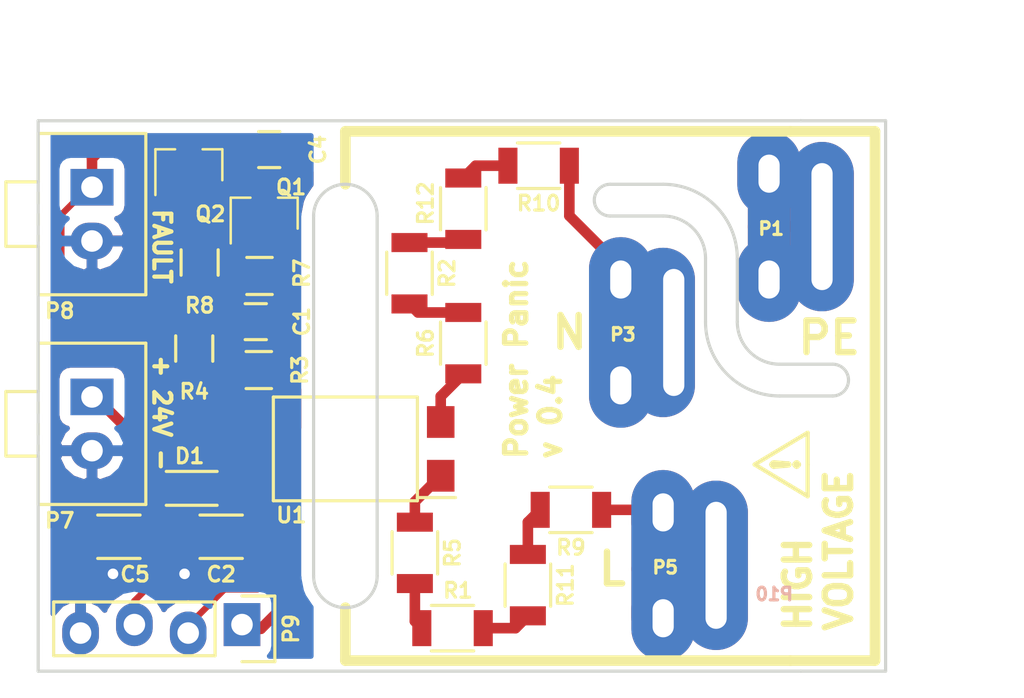
<source format=kicad_pcb>
(kicad_pcb (version 4) (host pcbnew 4.0.5+dfsg1-4)

  (general
    (links 43)
    (no_connects 2)
    (area -0.075001 -26.075001 40.075001 0.075001)
    (thickness 1.6)
    (drawings 43)
    (tracks 124)
    (zones 0)
    (modules 27)
    (nets 19)
  )

  (page A4)
  (layers
    (0 F.Cu signal)
    (31 B.Cu signal)
    (32 B.Adhes user)
    (33 F.Adhes user)
    (34 B.Paste user)
    (35 F.Paste user)
    (36 B.SilkS user)
    (37 F.SilkS user)
    (38 B.Mask user)
    (39 F.Mask user)
    (40 Dwgs.User user)
    (41 Cmts.User user)
    (42 Eco1.User user)
    (43 Eco2.User user)
    (44 Edge.Cuts user)
    (45 Margin user)
    (46 B.CrtYd user)
    (47 F.CrtYd user)
    (48 B.Fab user)
    (49 F.Fab user)
  )

  (setup
    (last_trace_width 0.25)
    (user_trace_width 0.3)
    (user_trace_width 0.5)
    (user_trace_width 1)
    (user_trace_width 1.5)
    (user_trace_width 2)
    (user_trace_width 3)
    (trace_clearance 0.2)
    (zone_clearance 0.508)
    (zone_45_only no)
    (trace_min 0.2)
    (segment_width 0.2)
    (edge_width 0.15)
    (via_size 0.6)
    (via_drill 0.4)
    (via_min_size 0.4)
    (via_min_drill 0.3)
    (user_via 1.2 0.5)
    (uvia_size 0.3)
    (uvia_drill 0.1)
    (uvias_allowed no)
    (uvia_min_size 0.2)
    (uvia_min_drill 0.1)
    (pcb_text_width 0.3)
    (pcb_text_size 1.5 1.5)
    (mod_edge_width 0.15)
    (mod_text_size 1 1)
    (mod_text_width 0.15)
    (pad_size 2.032 1.7272)
    (pad_drill 1.016)
    (pad_to_mask_clearance 0.2)
    (aux_axis_origin 0 0)
    (visible_elements FFFEFF7F)
    (pcbplotparams
      (layerselection 0x010fc_80000001)
      (usegerberextensions false)
      (excludeedgelayer true)
      (linewidth 0.100000)
      (plotframeref false)
      (viasonmask false)
      (mode 1)
      (useauxorigin false)
      (hpglpennumber 1)
      (hpglpenspeed 20)
      (hpglpendiameter 15)
      (hpglpenoverlay 2)
      (psnegative false)
      (psa4output false)
      (plotreference true)
      (plotvalue true)
      (plotinvisibletext false)
      (padsonsilk false)
      (subtractmaskfromsilk false)
      (outputformat 1)
      (mirror false)
      (drillshape 0)
      (scaleselection 1)
      (outputdirectory ""))
  )

  (net 0 "")
  (net 1 GND)
  (net 2 "Net-(P1-Pad1)")
  (net 3 "Net-(R1-Pad2)")
  (net 4 "Net-(R2-Pad2)")
  (net 5 "Net-(R5-Pad2)")
  (net 6 "Net-(R6-Pad2)")
  (net 7 "Net-(C4-Pad1)")
  (net 8 "Net-(D1-Pad2)")
  (net 9 "Net-(Q1-Pad3)")
  (net 10 /RC)
  (net 11 /+24V)
  (net 12 "Net-(P9-Pad1)")
  (net 13 "Net-(R1-Pad1)")
  (net 14 "Net-(R12-Pad2)")
  (net 15 "Net-(R11-Pad1)")
  (net 16 "Net-(R10-Pad2)")
  (net 17 "Net-(P10-Pad2)")
  (net 18 "Net-(P10-Pad3)")

  (net_class Default "Toto je výchozí třída sítě."
    (clearance 0.2)
    (trace_width 0.25)
    (via_dia 0.6)
    (via_drill 0.4)
    (uvia_dia 0.3)
    (uvia_drill 0.1)
    (add_net /+24V)
    (add_net /RC)
    (add_net GND)
    (add_net "Net-(C4-Pad1)")
    (add_net "Net-(D1-Pad2)")
    (add_net "Net-(P1-Pad1)")
    (add_net "Net-(P10-Pad2)")
    (add_net "Net-(P10-Pad3)")
    (add_net "Net-(P9-Pad1)")
    (add_net "Net-(Q1-Pad3)")
    (add_net "Net-(R1-Pad1)")
    (add_net "Net-(R1-Pad2)")
    (add_net "Net-(R10-Pad2)")
    (add_net "Net-(R11-Pad1)")
    (add_net "Net-(R12-Pad2)")
    (add_net "Net-(R2-Pad2)")
    (add_net "Net-(R5-Pad2)")
    (add_net "Net-(R6-Pad2)")
  )

  (module ok1hra:ac-power-plug-fuse (layer B.Cu) (tedit 5972129A) (tstamp 5972443D)
    (at 30 0 180)
    (path /59721259)
    (fp_text reference P10 (at -4.742 3.638 360) (layer B.SilkS)
      (effects (font (size 0.6 0.6) (thickness 0.15)) (justify mirror))
    )
    (fp_text value AC (at 1.6 0 450) (layer B.Fab)
      (effects (font (size 1 1) (thickness 0.15)) (justify mirror))
    )
    (pad 2 thru_hole oval (at 0 16 180) (size 3 8) (drill oval 1 6 (offset 0.5 0)) (layers *.Cu *.Mask)
      (net 17 "Net-(P10-Pad2)"))
    (pad 1 thru_hole oval (at -7 21 180) (size 3 8) (drill oval 1 6) (layers *.Cu *.Mask)
      (net 2 "Net-(P1-Pad1)"))
    (pad 3 thru_hole oval (at -2 5 180) (size 3 8) (drill oval 1 6) (layers *.Cu *.Mask)
      (net 18 "Net-(P10-Pad3)"))
    (model /home/dan/kicad/hra/lib/ok1hra3d/ac-power-plug.wrl
      (at (xyz 0.18 -0.05 0.82))
      (scale (xyz 0.393701 0.393701 0.393701))
      (rotate (xyz 0 180 0))
    )
  )

  (module Opto-Devices:Optocoupler_SMD_LTV-817S (layer F.Cu) (tedit 594B9387) (tstamp 590B6E5A)
    (at 14.5 -10.5 180)
    (descr "Optoisolator Transistor Output 5000Vrms 1 Channel LTV-817S")
    (tags optocoupler)
    (path /59497A26)
    (attr smd)
    (fp_text reference U1 (at 2.55 -3.134 180) (layer F.SilkS)
      (effects (font (size 0.7 0.7) (thickness 0.15)))
    )
    (fp_text value LTV-354T_ (at 0 3.8 180) (layer F.Fab)
      (effects (font (size 1 1) (thickness 0.15)))
    )
    (fp_line (start -3.4 -2.3) (end -5.2 -2.3) (layer F.SilkS) (width 0.15))
    (fp_line (start -5.4 -2.7) (end -5.4 2.7) (layer F.CrtYd) (width 0.05))
    (fp_line (start 5.4 -2.7) (end -5.4 -2.7) (layer F.CrtYd) (width 0.05))
    (fp_line (start 5.4 2.7) (end 5.4 -2.7) (layer F.CrtYd) (width 0.05))
    (fp_line (start -5.4 2.7) (end 5.4 2.7) (layer F.CrtYd) (width 0.05))
    (fp_line (start 3.4 -2.45) (end 3.4 2.45) (layer F.SilkS) (width 0.15))
    (fp_line (start -3.4 2.45) (end -3.4 -2.45) (layer F.SilkS) (width 0.15))
    (fp_line (start 3.4 2.45) (end -3.4 2.45) (layer F.SilkS) (width 0.15))
    (fp_line (start 3.4 -2.45) (end -3.4 -2.45) (layer F.SilkS) (width 0.15))
    (fp_line (start -3.25 2.3) (end -3.25 -2.3) (layer F.Fab) (width 0.1))
    (fp_line (start 3.25 2.3) (end -3.25 2.3) (layer F.Fab) (width 0.1))
    (fp_line (start 3.25 -2.3) (end 3.25 2.3) (layer F.Fab) (width 0.1))
    (fp_line (start -3.25 -2.3) (end 3.25 -2.3) (layer F.Fab) (width 0.1))
    (pad 4 smd rect (at 4.5 -1.27 180) (size 1.3 1.5) (layers F.Cu F.Paste F.Mask)
      (net 11 /+24V))
    (pad 3 smd rect (at 4.5 1.27 180) (size 1.3 1.5) (layers F.Cu F.Paste F.Mask)
      (net 12 "Net-(P9-Pad1)"))
    (pad 2 smd rect (at -4.5 1.27 180) (size 1.3 1.5) (layers F.Cu F.Paste F.Mask)
      (net 6 "Net-(R6-Pad2)"))
    (pad 1 smd rect (at -4.5 -1.27 180) (size 1.3 1.5) (layers F.Cu F.Paste F.Mask)
      (net 5 "Net-(R5-Pad2)"))
    (model /home/dan/kicad/hra/lib/ok1hra3d/dil4.wrl
      (at (xyz -0.152 0.05 0))
      (scale (xyz 1 1 0.88))
      (rotate (xyz 0 0 0))
    )
  )

  (module Pin_Headers:Pin_Header_Straight_1x04 (layer F.Cu) (tedit 59831189) (tstamp 5953B2C9)
    (at 9.62 -2 270)
    (descr "Through hole pin header")
    (tags "pin header")
    (path /5953E8AD)
    (fp_text reference P9 (at 0 -2.318 270) (layer F.SilkS)
      (effects (font (size 0.7 0.7) (thickness 0.15)))
    )
    (fp_text value measure (at 0 -3.1 270) (layer F.Fab)
      (effects (font (size 1 1) (thickness 0.15)))
    )
    (fp_line (start -1.75 -1.75) (end -1.75 9.4) (layer F.CrtYd) (width 0.05))
    (fp_line (start 1.75 -1.75) (end 1.75 9.4) (layer F.CrtYd) (width 0.05))
    (fp_line (start -1.75 -1.75) (end 1.75 -1.75) (layer F.CrtYd) (width 0.05))
    (fp_line (start -1.75 9.4) (end 1.75 9.4) (layer F.CrtYd) (width 0.05))
    (fp_line (start -1.27 1.27) (end -1.27 8.89) (layer F.SilkS) (width 0.15))
    (fp_line (start 1.27 1.27) (end 1.27 8.89) (layer F.SilkS) (width 0.15))
    (fp_line (start 1.55 -1.55) (end 1.55 0) (layer F.SilkS) (width 0.15))
    (fp_line (start -1.27 8.89) (end 1.27 8.89) (layer F.SilkS) (width 0.15))
    (fp_line (start 1.27 1.27) (end -1.27 1.27) (layer F.SilkS) (width 0.15))
    (fp_line (start -1.55 0) (end -1.55 -1.55) (layer F.SilkS) (width 0.15))
    (fp_line (start -1.55 -1.55) (end 1.55 -1.55) (layer F.SilkS) (width 0.15))
    (pad 1 thru_hole rect (at -0.2 0 270) (size 2.032 1.7272) (drill 1.016) (layers *.Cu *.Mask)
      (net 12 "Net-(P9-Pad1)"))
    (pad 2 thru_hole oval (at 0.2 2.54 270) (size 2.032 1.7272) (drill 1.016) (layers *.Cu *.Mask)
      (net 10 /RC))
    (pad 3 thru_hole oval (at -0.2 5.08 270) (size 2.032 1.7272) (drill 1.016) (layers *.Cu *.Mask)
      (net 7 "Net-(C4-Pad1)"))
    (pad 4 thru_hole oval (at 0.2 7.62 270) (size 2.032 1.7272) (drill 1.016) (layers *.Cu *.Mask)
      (net 1 GND))
  )

  (module ok1hra:Pin_1x02-XL (layer F.Cu) (tedit 594B9D9E) (tstamp 594BA027)
    (at 2.54 -12.954)
    (descr "Through hole pin header")
    (tags "pin header")
    (path /594BB2CA)
    (fp_text reference P7 (at -1.524 5.842) (layer F.SilkS)
      (effects (font (size 0.7 0.7) (thickness 0.15)))
    )
    (fp_text value 24V (at 0 -3.1) (layer F.Fab)
      (effects (font (size 1 1) (thickness 0.15)))
    )
    (fp_line (start -4.318 5.334) (end -4.318 -2.794) (layer F.CrtYd) (width 0.05))
    (fp_line (start 2.794 5.334) (end 2.794 -2.794) (layer F.CrtYd) (width 0.05))
    (fp_line (start -2.54 2.286) (end -2.54 2.54) (layer F.SilkS) (width 0.15))
    (fp_line (start 2.54 -2.54) (end 2.54 5.08) (layer F.SilkS) (width 0.15))
    (fp_line (start -4.064 -0.254) (end -4.064 2.794) (layer F.SilkS) (width 0.15))
    (fp_line (start -2.54 2.794) (end -2.54 5.08) (layer F.SilkS) (width 0.15))
    (fp_line (start -2.54 1.27) (end -2.54 1.778) (layer F.SilkS) (width 0.15))
    (fp_line (start -2.54 0.254) (end -2.54 0.762) (layer F.SilkS) (width 0.15))
    (fp_line (start -2.54 -2.54) (end -2.54 -0.254) (layer F.SilkS) (width 0.15))
    (fp_line (start 2.794 -2.794) (end -4.318 -2.794) (layer F.CrtYd) (width 0.05))
    (fp_line (start -4.318 5.334) (end 2.794 5.334) (layer F.CrtYd) (width 0.05))
    (fp_line (start -2.54 -0.254) (end -4.064 -0.254) (layer F.SilkS) (width 0.15))
    (fp_line (start -4.064 2.794) (end -2.54 2.794) (layer F.SilkS) (width 0.15))
    (fp_line (start 2.54 -2.54) (end -2.54 -2.54) (layer F.SilkS) (width 0.15))
    (fp_line (start -2.54 5.08) (end 2.54 5.08) (layer F.SilkS) (width 0.15))
    (pad 1 thru_hole rect (at 0 0) (size 2.032 1.7272) (drill 1.016) (layers *.Cu *.Mask)
      (net 8 "Net-(D1-Pad2)"))
    (pad 2 thru_hole oval (at 0 2.54) (size 2.032 1.7272) (drill 1.016) (layers *.Cu *.Mask)
      (net 1 GND))
  )

  (module ok1hra:Pin_1x02-XL (layer F.Cu) (tedit 594B9D9E) (tstamp 594BA03B)
    (at 2.54 -22.86)
    (descr "Through hole pin header")
    (tags "pin header")
    (path /59497A1A)
    (fp_text reference P8 (at -1.524 5.842 180) (layer F.SilkS)
      (effects (font (size 0.7 0.7) (thickness 0.15)))
    )
    (fp_text value AC_FAULT (at 0 -3.1) (layer F.Fab)
      (effects (font (size 1 1) (thickness 0.15)))
    )
    (fp_line (start -4.318 5.334) (end -4.318 -2.794) (layer F.CrtYd) (width 0.05))
    (fp_line (start 2.794 5.334) (end 2.794 -2.794) (layer F.CrtYd) (width 0.05))
    (fp_line (start -2.54 2.286) (end -2.54 2.54) (layer F.SilkS) (width 0.15))
    (fp_line (start 2.54 -2.54) (end 2.54 5.08) (layer F.SilkS) (width 0.15))
    (fp_line (start -4.064 -0.254) (end -4.064 2.794) (layer F.SilkS) (width 0.15))
    (fp_line (start -2.54 2.794) (end -2.54 5.08) (layer F.SilkS) (width 0.15))
    (fp_line (start -2.54 1.27) (end -2.54 1.778) (layer F.SilkS) (width 0.15))
    (fp_line (start -2.54 0.254) (end -2.54 0.762) (layer F.SilkS) (width 0.15))
    (fp_line (start -2.54 -2.54) (end -2.54 -0.254) (layer F.SilkS) (width 0.15))
    (fp_line (start 2.794 -2.794) (end -4.318 -2.794) (layer F.CrtYd) (width 0.05))
    (fp_line (start -4.318 5.334) (end 2.794 5.334) (layer F.CrtYd) (width 0.05))
    (fp_line (start -2.54 -0.254) (end -4.064 -0.254) (layer F.SilkS) (width 0.15))
    (fp_line (start -4.064 2.794) (end -2.54 2.794) (layer F.SilkS) (width 0.15))
    (fp_line (start 2.54 -2.54) (end -2.54 -2.54) (layer F.SilkS) (width 0.15))
    (fp_line (start -2.54 5.08) (end 2.54 5.08) (layer F.SilkS) (width 0.15))
    (pad 1 thru_hole rect (at 0 0) (size 2.032 1.7272) (drill 1.016) (layers *.Cu *.Mask)
      (net 7 "Net-(C4-Pad1)"))
    (pad 2 thru_hole oval (at 0 2.54) (size 2.032 1.7272) (drill 1.016) (layers *.Cu *.Mask)
      (net 1 GND))
  )

  (module Resistors_SMD:R_0805 (layer F.Cu) (tedit 594B93A3) (tstamp 590B6E46)
    (at 10.414 -14.224)
    (descr "Resistor SMD 0805, reflow soldering, Vishay (see dcrcw.pdf)")
    (tags "resistor 0805")
    (path /59497A39)
    (attr smd)
    (fp_text reference R3 (at 1.938 0 90) (layer F.SilkS)
      (effects (font (size 0.7 0.7) (thickness 0.15)))
    )
    (fp_text value 10k (at 0 2.1) (layer F.Fab)
      (effects (font (size 1 1) (thickness 0.15)))
    )
    (fp_line (start -1 0.625) (end -1 -0.625) (layer F.Fab) (width 0.1))
    (fp_line (start 1 0.625) (end -1 0.625) (layer F.Fab) (width 0.1))
    (fp_line (start 1 -0.625) (end 1 0.625) (layer F.Fab) (width 0.1))
    (fp_line (start -1 -0.625) (end 1 -0.625) (layer F.Fab) (width 0.1))
    (fp_line (start -1.6 -1) (end 1.6 -1) (layer F.CrtYd) (width 0.05))
    (fp_line (start -1.6 1) (end 1.6 1) (layer F.CrtYd) (width 0.05))
    (fp_line (start -1.6 -1) (end -1.6 1) (layer F.CrtYd) (width 0.05))
    (fp_line (start 1.6 -1) (end 1.6 1) (layer F.CrtYd) (width 0.05))
    (fp_line (start 0.6 0.875) (end -0.6 0.875) (layer F.SilkS) (width 0.15))
    (fp_line (start -0.6 -0.875) (end 0.6 -0.875) (layer F.SilkS) (width 0.15))
    (pad 1 smd rect (at -0.95 0) (size 0.7 1.3) (layers F.Cu F.Paste F.Mask)
      (net 12 "Net-(P9-Pad1)"))
    (pad 2 smd rect (at 0.95 0) (size 0.7 1.3) (layers F.Cu F.Paste F.Mask)
      (net 1 GND))
    (model Resistors_SMD.3dshapes/R_0805.wrl
      (at (xyz 0 0 0))
      (scale (xyz 1 1 1))
      (rotate (xyz 0 0 0))
    )
  )

  (module Resistors_SMD:R_0805 (layer F.Cu) (tedit 594B9EB7) (tstamp 590B6E4C)
    (at 7.366 -15.24 270)
    (descr "Resistor SMD 0805, reflow soldering, Vishay (see dcrcw.pdf)")
    (tags "resistor 0805")
    (path /590B0C6E)
    (attr smd)
    (fp_text reference R4 (at 2.032 0 360) (layer F.SilkS)
      (effects (font (size 0.7 0.7) (thickness 0.15)))
    )
    (fp_text value 33k (at 0 2.1 270) (layer F.Fab)
      (effects (font (size 1 1) (thickness 0.15)))
    )
    (fp_line (start -1 0.625) (end -1 -0.625) (layer F.Fab) (width 0.1))
    (fp_line (start 1 0.625) (end -1 0.625) (layer F.Fab) (width 0.1))
    (fp_line (start 1 -0.625) (end 1 0.625) (layer F.Fab) (width 0.1))
    (fp_line (start -1 -0.625) (end 1 -0.625) (layer F.Fab) (width 0.1))
    (fp_line (start -1.6 -1) (end 1.6 -1) (layer F.CrtYd) (width 0.05))
    (fp_line (start -1.6 1) (end 1.6 1) (layer F.CrtYd) (width 0.05))
    (fp_line (start -1.6 -1) (end -1.6 1) (layer F.CrtYd) (width 0.05))
    (fp_line (start 1.6 -1) (end 1.6 1) (layer F.CrtYd) (width 0.05))
    (fp_line (start 0.6 0.875) (end -0.6 0.875) (layer F.SilkS) (width 0.15))
    (fp_line (start -0.6 -0.875) (end 0.6 -0.875) (layer F.SilkS) (width 0.15))
    (pad 1 smd rect (at -0.95 0 270) (size 0.7 1.3) (layers F.Cu F.Paste F.Mask)
      (net 10 /RC))
    (pad 2 smd rect (at 0.95 0 270) (size 0.7 1.3) (layers F.Cu F.Paste F.Mask)
      (net 12 "Net-(P9-Pad1)"))
    (model Resistors_SMD.3dshapes/R_0805.wrl
      (at (xyz 0 0 0))
      (scale (xyz 1 1 1))
      (rotate (xyz 0 0 0))
    )
  )

  (module Capacitors_SMD:C_0805 (layer F.Cu) (tedit 594B93B2) (tstamp 594B8046)
    (at 10.27 -16.51)
    (descr "Capacitor SMD 0805, reflow soldering, AVX (see smccp.pdf)")
    (tags "capacitor 0805")
    (path /594B9FA9)
    (attr smd)
    (fp_text reference C1 (at 2.176 0 90) (layer F.SilkS)
      (effects (font (size 0.7 0.7) (thickness 0.15)))
    )
    (fp_text value 330n (at 0 2.1) (layer F.Fab)
      (effects (font (size 1 1) (thickness 0.15)))
    )
    (fp_line (start -1 0.625) (end -1 -0.625) (layer F.Fab) (width 0.15))
    (fp_line (start 1 0.625) (end -1 0.625) (layer F.Fab) (width 0.15))
    (fp_line (start 1 -0.625) (end 1 0.625) (layer F.Fab) (width 0.15))
    (fp_line (start -1 -0.625) (end 1 -0.625) (layer F.Fab) (width 0.15))
    (fp_line (start -1.8 -1) (end 1.8 -1) (layer F.CrtYd) (width 0.05))
    (fp_line (start -1.8 1) (end 1.8 1) (layer F.CrtYd) (width 0.05))
    (fp_line (start -1.8 -1) (end -1.8 1) (layer F.CrtYd) (width 0.05))
    (fp_line (start 1.8 -1) (end 1.8 1) (layer F.CrtYd) (width 0.05))
    (fp_line (start 0.5 -0.85) (end -0.5 -0.85) (layer F.SilkS) (width 0.15))
    (fp_line (start -0.5 0.85) (end 0.5 0.85) (layer F.SilkS) (width 0.15))
    (pad 1 smd rect (at -1 0) (size 1 1.25) (layers F.Cu F.Paste F.Mask)
      (net 10 /RC))
    (pad 2 smd rect (at 1 0) (size 1 1.25) (layers F.Cu F.Paste F.Mask)
      (net 1 GND))
    (model Capacitors_SMD.3dshapes/C_0805.wrl
      (at (xyz 0 0 0))
      (scale (xyz 1 1 1))
      (rotate (xyz 0 0 0))
    )
  )

  (module Capacitors_SMD:C_0805 (layer F.Cu) (tedit 594BA06E) (tstamp 594B8052)
    (at 10.906 -24.638)
    (descr "Capacitor SMD 0805, reflow soldering, AVX (see smccp.pdf)")
    (tags "capacitor 0805")
    (path /594B9E2D)
    (attr smd)
    (fp_text reference C4 (at 2.302 0 90) (layer F.SilkS)
      (effects (font (size 0.7 0.7) (thickness 0.15)))
    )
    (fp_text value 100n (at 0 2.1) (layer F.Fab)
      (effects (font (size 1 1) (thickness 0.15)))
    )
    (fp_line (start -1 0.625) (end -1 -0.625) (layer F.Fab) (width 0.15))
    (fp_line (start 1 0.625) (end -1 0.625) (layer F.Fab) (width 0.15))
    (fp_line (start 1 -0.625) (end 1 0.625) (layer F.Fab) (width 0.15))
    (fp_line (start -1 -0.625) (end 1 -0.625) (layer F.Fab) (width 0.15))
    (fp_line (start -1.8 -1) (end 1.8 -1) (layer F.CrtYd) (width 0.05))
    (fp_line (start -1.8 1) (end 1.8 1) (layer F.CrtYd) (width 0.05))
    (fp_line (start -1.8 -1) (end -1.8 1) (layer F.CrtYd) (width 0.05))
    (fp_line (start 1.8 -1) (end 1.8 1) (layer F.CrtYd) (width 0.05))
    (fp_line (start 0.5 -0.85) (end -0.5 -0.85) (layer F.SilkS) (width 0.15))
    (fp_line (start -0.5 0.85) (end 0.5 0.85) (layer F.SilkS) (width 0.15))
    (pad 1 smd rect (at -1 0) (size 1 1.25) (layers F.Cu F.Paste F.Mask)
      (net 7 "Net-(C4-Pad1)"))
    (pad 2 smd rect (at 1 0) (size 1 1.25) (layers F.Cu F.Paste F.Mask)
      (net 1 GND))
    (model Capacitors_SMD.3dshapes/C_0805.wrl
      (at (xyz 0 0 0))
      (scale (xyz 1 1 1))
      (rotate (xyz 0 0 0))
    )
  )

  (module TO_SOT_Packages_SMD:SOT-23 (layer F.Cu) (tedit 594B9F20) (tstamp 594B8063)
    (at 10.668 -21.606 90)
    (descr "SOT-23, Standard")
    (tags SOT-23)
    (path /594AA10F)
    (attr smd)
    (fp_text reference Q1 (at 1.254 1.27 180) (layer F.SilkS)
      (effects (font (size 0.7 0.7) (thickness 0.15)))
    )
    (fp_text value MMBF170LT1G (at 0 2.5 90) (layer F.Fab)
      (effects (font (size 1 1) (thickness 0.15)))
    )
    (fp_line (start 0.76 1.58) (end 0.76 0.65) (layer F.SilkS) (width 0.12))
    (fp_line (start 0.76 -1.58) (end 0.76 -0.65) (layer F.SilkS) (width 0.12))
    (fp_line (start 0.7 -1.52) (end 0.7 1.52) (layer F.Fab) (width 0.15))
    (fp_line (start -0.7 1.52) (end 0.7 1.52) (layer F.Fab) (width 0.15))
    (fp_line (start -1.7 -1.75) (end 1.7 -1.75) (layer F.CrtYd) (width 0.05))
    (fp_line (start 1.7 -1.75) (end 1.7 1.75) (layer F.CrtYd) (width 0.05))
    (fp_line (start 1.7 1.75) (end -1.7 1.75) (layer F.CrtYd) (width 0.05))
    (fp_line (start -1.7 1.75) (end -1.7 -1.75) (layer F.CrtYd) (width 0.05))
    (fp_line (start 0.76 -1.58) (end -1.4 -1.58) (layer F.SilkS) (width 0.12))
    (fp_line (start -0.7 -1.52) (end 0.7 -1.52) (layer F.Fab) (width 0.15))
    (fp_line (start -0.7 -1.52) (end -0.7 1.52) (layer F.Fab) (width 0.15))
    (fp_line (start 0.76 1.58) (end -0.7 1.58) (layer F.SilkS) (width 0.12))
    (pad 1 smd rect (at -1 -0.95 90) (size 0.9 0.8) (layers F.Cu F.Paste F.Mask)
      (net 10 /RC))
    (pad 2 smd rect (at -1 0.95 90) (size 0.9 0.8) (layers F.Cu F.Paste F.Mask)
      (net 1 GND))
    (pad 3 smd rect (at 1 0 90) (size 0.9 0.8) (layers F.Cu F.Paste F.Mask)
      (net 9 "Net-(Q1-Pad3)"))
    (model TO_SOT_Packages_SMD.3dshapes/SOT-23.wrl
      (at (xyz 0 0 0))
      (scale (xyz 1 1 1))
      (rotate (xyz 0 0 90))
    )
  )

  (module TO_SOT_Packages_SMD:SOT-23 (layer F.Cu) (tedit 594BA07A) (tstamp 594B806A)
    (at 7.112 -23.892 90)
    (descr "SOT-23, Standard")
    (tags SOT-23)
    (path /59498184)
    (attr smd)
    (fp_text reference Q2 (at -2.302 1.016 180) (layer F.SilkS)
      (effects (font (size 0.7 0.7) (thickness 0.15)))
    )
    (fp_text value MMBF170LT1G (at 0 2.5 90) (layer F.Fab)
      (effects (font (size 1 1) (thickness 0.15)))
    )
    (fp_line (start 0.76 1.58) (end 0.76 0.65) (layer F.SilkS) (width 0.12))
    (fp_line (start 0.76 -1.58) (end 0.76 -0.65) (layer F.SilkS) (width 0.12))
    (fp_line (start 0.7 -1.52) (end 0.7 1.52) (layer F.Fab) (width 0.15))
    (fp_line (start -0.7 1.52) (end 0.7 1.52) (layer F.Fab) (width 0.15))
    (fp_line (start -1.7 -1.75) (end 1.7 -1.75) (layer F.CrtYd) (width 0.05))
    (fp_line (start 1.7 -1.75) (end 1.7 1.75) (layer F.CrtYd) (width 0.05))
    (fp_line (start 1.7 1.75) (end -1.7 1.75) (layer F.CrtYd) (width 0.05))
    (fp_line (start -1.7 1.75) (end -1.7 -1.75) (layer F.CrtYd) (width 0.05))
    (fp_line (start 0.76 -1.58) (end -1.4 -1.58) (layer F.SilkS) (width 0.12))
    (fp_line (start -0.7 -1.52) (end 0.7 -1.52) (layer F.Fab) (width 0.15))
    (fp_line (start -0.7 -1.52) (end -0.7 1.52) (layer F.Fab) (width 0.15))
    (fp_line (start 0.76 1.58) (end -0.7 1.58) (layer F.SilkS) (width 0.12))
    (pad 1 smd rect (at -1 -0.95 90) (size 0.9 0.8) (layers F.Cu F.Paste F.Mask)
      (net 9 "Net-(Q1-Pad3)"))
    (pad 2 smd rect (at -1 0.95 90) (size 0.9 0.8) (layers F.Cu F.Paste F.Mask)
      (net 1 GND))
    (pad 3 smd rect (at 1 0 90) (size 0.9 0.8) (layers F.Cu F.Paste F.Mask)
      (net 7 "Net-(C4-Pad1)"))
    (model TO_SOT_Packages_SMD.3dshapes/SOT-23.wrl
      (at (xyz 0 0 0))
      (scale (xyz 1 1 1))
      (rotate (xyz 0 0 90))
    )
  )

  (module Resistors_SMD:R_0805 (layer F.Cu) (tedit 594B93CB) (tstamp 594B8070)
    (at 10.447 -18.669)
    (descr "Resistor SMD 0805, reflow soldering, Vishay (see dcrcw.pdf)")
    (tags "resistor 0805")
    (path /59499B0D)
    (attr smd)
    (fp_text reference R7 (at 1.999 -0.127 90) (layer F.SilkS)
      (effects (font (size 0.7 0.7) (thickness 0.15)))
    )
    (fp_text value 100k (at 0 2.1) (layer F.Fab)
      (effects (font (size 1 1) (thickness 0.15)))
    )
    (fp_line (start -1 0.625) (end -1 -0.625) (layer F.Fab) (width 0.1))
    (fp_line (start 1 0.625) (end -1 0.625) (layer F.Fab) (width 0.1))
    (fp_line (start 1 -0.625) (end 1 0.625) (layer F.Fab) (width 0.1))
    (fp_line (start -1 -0.625) (end 1 -0.625) (layer F.Fab) (width 0.1))
    (fp_line (start -1.6 -1) (end 1.6 -1) (layer F.CrtYd) (width 0.05))
    (fp_line (start -1.6 1) (end 1.6 1) (layer F.CrtYd) (width 0.05))
    (fp_line (start -1.6 -1) (end -1.6 1) (layer F.CrtYd) (width 0.05))
    (fp_line (start 1.6 -1) (end 1.6 1) (layer F.CrtYd) (width 0.05))
    (fp_line (start 0.6 0.875) (end -0.6 0.875) (layer F.SilkS) (width 0.15))
    (fp_line (start -0.6 -0.875) (end 0.6 -0.875) (layer F.SilkS) (width 0.15))
    (pad 1 smd rect (at -0.95 0) (size 0.7 1.3) (layers F.Cu F.Paste F.Mask)
      (net 10 /RC))
    (pad 2 smd rect (at 0.95 0) (size 0.7 1.3) (layers F.Cu F.Paste F.Mask)
      (net 1 GND))
    (model Resistors_SMD.3dshapes/R_0805.wrl
      (at (xyz 0 0 0))
      (scale (xyz 1 1 1))
      (rotate (xyz 0 0 0))
    )
  )

  (module Resistors_SMD:R_0805 (layer F.Cu) (tedit 594B9ED2) (tstamp 594B8076)
    (at 7.62 -19.304 270)
    (descr "Resistor SMD 0805, reflow soldering, Vishay (see dcrcw.pdf)")
    (tags "resistor 0805")
    (path /594AA1FD)
    (attr smd)
    (fp_text reference R8 (at 2.032 0 360) (layer F.SilkS)
      (effects (font (size 0.7 0.7) (thickness 0.15)))
    )
    (fp_text value 10k (at 0 2.1 270) (layer F.Fab)
      (effects (font (size 1 1) (thickness 0.15)))
    )
    (fp_line (start -1 0.625) (end -1 -0.625) (layer F.Fab) (width 0.1))
    (fp_line (start 1 0.625) (end -1 0.625) (layer F.Fab) (width 0.1))
    (fp_line (start 1 -0.625) (end 1 0.625) (layer F.Fab) (width 0.1))
    (fp_line (start -1 -0.625) (end 1 -0.625) (layer F.Fab) (width 0.1))
    (fp_line (start -1.6 -1) (end 1.6 -1) (layer F.CrtYd) (width 0.05))
    (fp_line (start -1.6 1) (end 1.6 1) (layer F.CrtYd) (width 0.05))
    (fp_line (start -1.6 -1) (end -1.6 1) (layer F.CrtYd) (width 0.05))
    (fp_line (start 1.6 -1) (end 1.6 1) (layer F.CrtYd) (width 0.05))
    (fp_line (start 0.6 0.875) (end -0.6 0.875) (layer F.SilkS) (width 0.15))
    (fp_line (start -0.6 -0.875) (end 0.6 -0.875) (layer F.SilkS) (width 0.15))
    (pad 1 smd rect (at -0.95 0 270) (size 0.7 1.3) (layers F.Cu F.Paste F.Mask)
      (net 9 "Net-(Q1-Pad3)"))
    (pad 2 smd rect (at 0.95 0 270) (size 0.7 1.3) (layers F.Cu F.Paste F.Mask)
      (net 11 /+24V))
    (model Resistors_SMD.3dshapes/R_0805.wrl
      (at (xyz 0 0 0))
      (scale (xyz 1 1 1))
      (rotate (xyz 0 0 0))
    )
  )

  (module Resistors_SMD:R_1206 (layer F.Cu) (tedit 594BCA21) (tstamp 594BC903)
    (at 19.558 -2.032 180)
    (descr "Resistor SMD 1206, reflow soldering, Vishay (see dcrcw.pdf)")
    (tags "resistor 1206")
    (path /590AE665)
    (attr smd)
    (fp_text reference R1 (at -0.254 1.778 180) (layer F.SilkS)
      (effects (font (size 0.7 0.7) (thickness 0.15)))
    )
    (fp_text value 11k (at 0 2.3 180) (layer F.Fab)
      (effects (font (size 1 1) (thickness 0.15)))
    )
    (fp_line (start -1.6 0.8) (end -1.6 -0.8) (layer F.Fab) (width 0.1))
    (fp_line (start 1.6 0.8) (end -1.6 0.8) (layer F.Fab) (width 0.1))
    (fp_line (start 1.6 -0.8) (end 1.6 0.8) (layer F.Fab) (width 0.1))
    (fp_line (start -1.6 -0.8) (end 1.6 -0.8) (layer F.Fab) (width 0.1))
    (fp_line (start -2.2 -1.2) (end 2.2 -1.2) (layer F.CrtYd) (width 0.05))
    (fp_line (start -2.2 1.2) (end 2.2 1.2) (layer F.CrtYd) (width 0.05))
    (fp_line (start -2.2 -1.2) (end -2.2 1.2) (layer F.CrtYd) (width 0.05))
    (fp_line (start 2.2 -1.2) (end 2.2 1.2) (layer F.CrtYd) (width 0.05))
    (fp_line (start 1 1.075) (end -1 1.075) (layer F.SilkS) (width 0.15))
    (fp_line (start -1 -1.075) (end 1 -1.075) (layer F.SilkS) (width 0.15))
    (pad 1 smd rect (at -1.45 0 180) (size 0.9 1.7) (layers F.Cu F.Paste F.Mask)
      (net 13 "Net-(R1-Pad1)"))
    (pad 2 smd rect (at 1.45 0 180) (size 0.9 1.7) (layers F.Cu F.Paste F.Mask)
      (net 3 "Net-(R1-Pad2)"))
    (model Resistors_SMD.3dshapes/R_1206.wrl
      (at (xyz 0 0 0))
      (scale (xyz 1 1 1))
      (rotate (xyz 0 0 0))
    )
  )

  (module Resistors_SMD:R_1206 (layer F.Cu) (tedit 594BCA43) (tstamp 594BC908)
    (at 17.526 -18.796 270)
    (descr "Resistor SMD 1206, reflow soldering, Vishay (see dcrcw.pdf)")
    (tags "resistor 1206")
    (path /591BFFD2)
    (attr smd)
    (fp_text reference R2 (at 0 -1.778 270) (layer F.SilkS)
      (effects (font (size 0.7 0.7) (thickness 0.15)))
    )
    (fp_text value 11k (at 0 2.3 270) (layer F.Fab)
      (effects (font (size 1 1) (thickness 0.15)))
    )
    (fp_line (start -1.6 0.8) (end -1.6 -0.8) (layer F.Fab) (width 0.1))
    (fp_line (start 1.6 0.8) (end -1.6 0.8) (layer F.Fab) (width 0.1))
    (fp_line (start 1.6 -0.8) (end 1.6 0.8) (layer F.Fab) (width 0.1))
    (fp_line (start -1.6 -0.8) (end 1.6 -0.8) (layer F.Fab) (width 0.1))
    (fp_line (start -2.2 -1.2) (end 2.2 -1.2) (layer F.CrtYd) (width 0.05))
    (fp_line (start -2.2 1.2) (end 2.2 1.2) (layer F.CrtYd) (width 0.05))
    (fp_line (start -2.2 -1.2) (end -2.2 1.2) (layer F.CrtYd) (width 0.05))
    (fp_line (start 2.2 -1.2) (end 2.2 1.2) (layer F.CrtYd) (width 0.05))
    (fp_line (start 1 1.075) (end -1 1.075) (layer F.SilkS) (width 0.15))
    (fp_line (start -1 -1.075) (end 1 -1.075) (layer F.SilkS) (width 0.15))
    (pad 1 smd rect (at -1.45 0 270) (size 0.9 1.7) (layers F.Cu F.Paste F.Mask)
      (net 14 "Net-(R12-Pad2)"))
    (pad 2 smd rect (at 1.45 0 270) (size 0.9 1.7) (layers F.Cu F.Paste F.Mask)
      (net 4 "Net-(R2-Pad2)"))
    (model Resistors_SMD.3dshapes/R_1206.wrl
      (at (xyz 0 0 0))
      (scale (xyz 1 1 1))
      (rotate (xyz 0 0 0))
    )
  )

  (module Resistors_SMD:R_1206 (layer F.Cu) (tedit 594BCA1C) (tstamp 594BC90D)
    (at 17.78 -5.588 90)
    (descr "Resistor SMD 1206, reflow soldering, Vishay (see dcrcw.pdf)")
    (tags "resistor 1206")
    (path /591BFF66)
    (attr smd)
    (fp_text reference R5 (at 0 1.778 90) (layer F.SilkS)
      (effects (font (size 0.7 0.7) (thickness 0.15)))
    )
    (fp_text value 11k (at 0 2.3 90) (layer F.Fab)
      (effects (font (size 1 1) (thickness 0.15)))
    )
    (fp_line (start -1.6 0.8) (end -1.6 -0.8) (layer F.Fab) (width 0.1))
    (fp_line (start 1.6 0.8) (end -1.6 0.8) (layer F.Fab) (width 0.1))
    (fp_line (start 1.6 -0.8) (end 1.6 0.8) (layer F.Fab) (width 0.1))
    (fp_line (start -1.6 -0.8) (end 1.6 -0.8) (layer F.Fab) (width 0.1))
    (fp_line (start -2.2 -1.2) (end 2.2 -1.2) (layer F.CrtYd) (width 0.05))
    (fp_line (start -2.2 1.2) (end 2.2 1.2) (layer F.CrtYd) (width 0.05))
    (fp_line (start -2.2 -1.2) (end -2.2 1.2) (layer F.CrtYd) (width 0.05))
    (fp_line (start 2.2 -1.2) (end 2.2 1.2) (layer F.CrtYd) (width 0.05))
    (fp_line (start 1 1.075) (end -1 1.075) (layer F.SilkS) (width 0.15))
    (fp_line (start -1 -1.075) (end 1 -1.075) (layer F.SilkS) (width 0.15))
    (pad 1 smd rect (at -1.45 0 90) (size 0.9 1.7) (layers F.Cu F.Paste F.Mask)
      (net 3 "Net-(R1-Pad2)"))
    (pad 2 smd rect (at 1.45 0 90) (size 0.9 1.7) (layers F.Cu F.Paste F.Mask)
      (net 5 "Net-(R5-Pad2)"))
    (model Resistors_SMD.3dshapes/R_1206.wrl
      (at (xyz 0 0 0))
      (scale (xyz 1 1 1))
      (rotate (xyz 0 0 0))
    )
  )

  (module Resistors_SMD:R_1206 (layer F.Cu) (tedit 594BCA35) (tstamp 594BC912)
    (at 20.066 -15.494 270)
    (descr "Resistor SMD 1206, reflow soldering, Vishay (see dcrcw.pdf)")
    (tags "resistor 1206")
    (path /591C0051)
    (attr smd)
    (fp_text reference R6 (at 0 1.778 270) (layer F.SilkS)
      (effects (font (size 0.7 0.7) (thickness 0.15)))
    )
    (fp_text value 11k (at 0 2.3 270) (layer F.Fab)
      (effects (font (size 1 1) (thickness 0.15)))
    )
    (fp_line (start -1.6 0.8) (end -1.6 -0.8) (layer F.Fab) (width 0.1))
    (fp_line (start 1.6 0.8) (end -1.6 0.8) (layer F.Fab) (width 0.1))
    (fp_line (start 1.6 -0.8) (end 1.6 0.8) (layer F.Fab) (width 0.1))
    (fp_line (start -1.6 -0.8) (end 1.6 -0.8) (layer F.Fab) (width 0.1))
    (fp_line (start -2.2 -1.2) (end 2.2 -1.2) (layer F.CrtYd) (width 0.05))
    (fp_line (start -2.2 1.2) (end 2.2 1.2) (layer F.CrtYd) (width 0.05))
    (fp_line (start -2.2 -1.2) (end -2.2 1.2) (layer F.CrtYd) (width 0.05))
    (fp_line (start 2.2 -1.2) (end 2.2 1.2) (layer F.CrtYd) (width 0.05))
    (fp_line (start 1 1.075) (end -1 1.075) (layer F.SilkS) (width 0.15))
    (fp_line (start -1 -1.075) (end 1 -1.075) (layer F.SilkS) (width 0.15))
    (pad 1 smd rect (at -1.45 0 270) (size 0.9 1.7) (layers F.Cu F.Paste F.Mask)
      (net 4 "Net-(R2-Pad2)"))
    (pad 2 smd rect (at 1.45 0 270) (size 0.9 1.7) (layers F.Cu F.Paste F.Mask)
      (net 6 "Net-(R6-Pad2)"))
    (model Resistors_SMD.3dshapes/R_1206.wrl
      (at (xyz 0 0 0))
      (scale (xyz 1 1 1))
      (rotate (xyz 0 0 0))
    )
  )

  (module Diodes_SMD:SOD-323 (layer F.Cu) (tedit 595A055B) (tstamp 594CC4CD)
    (at 7.146 -8.636 180)
    (descr SOD-323)
    (tags SOD-323)
    (path /594B8071)
    (attr smd)
    (fp_text reference D1 (at 0 1.524 180) (layer F.SilkS)
      (effects (font (size 0.7 0.7) (thickness 0.15)))
    )
    (fp_text value D_ALT (at 0.1 1.9 180) (layer F.Fab)
      (effects (font (size 1 1) (thickness 0.15)))
    )
    (fp_line (start 0.2 0) (end 0.45 0) (layer F.Fab) (width 0.15))
    (fp_line (start 0.2 0.35) (end -0.3 0) (layer F.Fab) (width 0.15))
    (fp_line (start 0.2 -0.35) (end 0.2 0.35) (layer F.Fab) (width 0.15))
    (fp_line (start -0.3 0) (end 0.2 -0.35) (layer F.Fab) (width 0.15))
    (fp_line (start -0.3 0) (end -0.5 0) (layer F.Fab) (width 0.15))
    (fp_line (start -0.3 -0.35) (end -0.3 0.35) (layer F.Fab) (width 0.15))
    (fp_line (start -0.85 0.65) (end -0.85 -0.65) (layer F.Fab) (width 0.15))
    (fp_line (start 0.85 0.65) (end -0.85 0.65) (layer F.Fab) (width 0.15))
    (fp_line (start 0.85 -0.65) (end 0.85 0.65) (layer F.Fab) (width 0.15))
    (fp_line (start -0.85 -0.65) (end 0.85 -0.65) (layer F.Fab) (width 0.15))
    (fp_line (start -1.5 -0.95) (end 1.5 -0.95) (layer F.CrtYd) (width 0.05))
    (fp_line (start 1.5 -0.95) (end 1.5 0.95) (layer F.CrtYd) (width 0.05))
    (fp_line (start -1.5 0.95) (end 1.5 0.95) (layer F.CrtYd) (width 0.05))
    (fp_line (start -1.5 -0.95) (end -1.5 0.95) (layer F.CrtYd) (width 0.05))
    (fp_line (start -1.3 0.8) (end 1.1 0.8) (layer F.SilkS) (width 0.15))
    (fp_line (start -1.3 -0.8) (end 1.1 -0.8) (layer F.SilkS) (width 0.15))
    (pad 1 smd rect (at -1.055 0 180) (size 0.59 0.45) (layers F.Cu F.Paste F.Mask)
      (net 11 /+24V))
    (pad 2 smd rect (at 1.055 0 180) (size 0.59 0.45) (layers F.Cu F.Paste F.Mask)
      (net 8 "Net-(D1-Pad2)"))
    (model Diodes_SMD.3dshapes/SOD-323.wrl
      (at (xyz 0 0 0))
      (scale (xyz 1 1 1))
      (rotate (xyz 0 0 180))
    )
  )

  (module Resistors_SMD:R_1206 (layer F.Cu) (tedit 595A03DE) (tstamp 5953B2D5)
    (at 25.146 -7.62 180)
    (descr "Resistor SMD 1206, reflow soldering, Vishay (see dcrcw.pdf)")
    (tags "resistor 1206")
    (path /5953DD4F)
    (attr smd)
    (fp_text reference R9 (at 0 -1.778 180) (layer F.SilkS)
      (effects (font (size 0.7 0.7) (thickness 0.15)))
    )
    (fp_text value 11k (at 0 2.3 180) (layer F.Fab)
      (effects (font (size 1 1) (thickness 0.15)))
    )
    (fp_line (start -1.6 0.8) (end -1.6 -0.8) (layer F.Fab) (width 0.1))
    (fp_line (start 1.6 0.8) (end -1.6 0.8) (layer F.Fab) (width 0.1))
    (fp_line (start 1.6 -0.8) (end 1.6 0.8) (layer F.Fab) (width 0.1))
    (fp_line (start -1.6 -0.8) (end 1.6 -0.8) (layer F.Fab) (width 0.1))
    (fp_line (start -2.2 -1.2) (end 2.2 -1.2) (layer F.CrtYd) (width 0.05))
    (fp_line (start -2.2 1.2) (end 2.2 1.2) (layer F.CrtYd) (width 0.05))
    (fp_line (start -2.2 -1.2) (end -2.2 1.2) (layer F.CrtYd) (width 0.05))
    (fp_line (start 2.2 -1.2) (end 2.2 1.2) (layer F.CrtYd) (width 0.05))
    (fp_line (start 1 1.075) (end -1 1.075) (layer F.SilkS) (width 0.15))
    (fp_line (start -1 -1.075) (end 1 -1.075) (layer F.SilkS) (width 0.15))
    (pad 1 smd rect (at -1.45 0 180) (size 0.9 1.7) (layers F.Cu F.Paste F.Mask)
      (net 18 "Net-(P10-Pad3)"))
    (pad 2 smd rect (at 1.45 0 180) (size 0.9 1.7) (layers F.Cu F.Paste F.Mask)
      (net 15 "Net-(R11-Pad1)"))
    (model Resistors_SMD.3dshapes/R_1206.wrl
      (at (xyz 0 0 0))
      (scale (xyz 1 1 1))
      (rotate (xyz 0 0 0))
    )
  )

  (module Resistors_SMD:R_1206 (layer F.Cu) (tedit 595A0594) (tstamp 5953B2DB)
    (at 23.622 -23.876 180)
    (descr "Resistor SMD 1206, reflow soldering, Vishay (see dcrcw.pdf)")
    (tags "resistor 1206")
    (path /5953DD5B)
    (attr smd)
    (fp_text reference R10 (at 0 -1.778 180) (layer F.SilkS)
      (effects (font (size 0.7 0.7) (thickness 0.15)))
    )
    (fp_text value 11k (at 0 2.3 180) (layer F.Fab)
      (effects (font (size 1 1) (thickness 0.15)))
    )
    (fp_line (start -1.6 0.8) (end -1.6 -0.8) (layer F.Fab) (width 0.1))
    (fp_line (start 1.6 0.8) (end -1.6 0.8) (layer F.Fab) (width 0.1))
    (fp_line (start 1.6 -0.8) (end 1.6 0.8) (layer F.Fab) (width 0.1))
    (fp_line (start -1.6 -0.8) (end 1.6 -0.8) (layer F.Fab) (width 0.1))
    (fp_line (start -2.2 -1.2) (end 2.2 -1.2) (layer F.CrtYd) (width 0.05))
    (fp_line (start -2.2 1.2) (end 2.2 1.2) (layer F.CrtYd) (width 0.05))
    (fp_line (start -2.2 -1.2) (end -2.2 1.2) (layer F.CrtYd) (width 0.05))
    (fp_line (start 2.2 -1.2) (end 2.2 1.2) (layer F.CrtYd) (width 0.05))
    (fp_line (start 1 1.075) (end -1 1.075) (layer F.SilkS) (width 0.15))
    (fp_line (start -1 -1.075) (end 1 -1.075) (layer F.SilkS) (width 0.15))
    (pad 1 smd rect (at -1.45 0 180) (size 0.9 1.7) (layers F.Cu F.Paste F.Mask)
      (net 17 "Net-(P10-Pad2)"))
    (pad 2 smd rect (at 1.45 0 180) (size 0.9 1.7) (layers F.Cu F.Paste F.Mask)
      (net 16 "Net-(R10-Pad2)"))
    (model Resistors_SMD.3dshapes/R_1206.wrl
      (at (xyz 0 0 0))
      (scale (xyz 1 1 1))
      (rotate (xyz 0 0 0))
    )
  )

  (module Resistors_SMD:R_1206 (layer F.Cu) (tedit 595A03D8) (tstamp 5953B2E1)
    (at 23.114 -4.064 270)
    (descr "Resistor SMD 1206, reflow soldering, Vishay (see dcrcw.pdf)")
    (tags "resistor 1206")
    (path /5953DD55)
    (attr smd)
    (fp_text reference R11 (at 0 -1.778 270) (layer F.SilkS)
      (effects (font (size 0.7 0.7) (thickness 0.15)))
    )
    (fp_text value 11k (at 0 2.3 270) (layer F.Fab)
      (effects (font (size 1 1) (thickness 0.15)))
    )
    (fp_line (start -1.6 0.8) (end -1.6 -0.8) (layer F.Fab) (width 0.1))
    (fp_line (start 1.6 0.8) (end -1.6 0.8) (layer F.Fab) (width 0.1))
    (fp_line (start 1.6 -0.8) (end 1.6 0.8) (layer F.Fab) (width 0.1))
    (fp_line (start -1.6 -0.8) (end 1.6 -0.8) (layer F.Fab) (width 0.1))
    (fp_line (start -2.2 -1.2) (end 2.2 -1.2) (layer F.CrtYd) (width 0.05))
    (fp_line (start -2.2 1.2) (end 2.2 1.2) (layer F.CrtYd) (width 0.05))
    (fp_line (start -2.2 -1.2) (end -2.2 1.2) (layer F.CrtYd) (width 0.05))
    (fp_line (start 2.2 -1.2) (end 2.2 1.2) (layer F.CrtYd) (width 0.05))
    (fp_line (start 1 1.075) (end -1 1.075) (layer F.SilkS) (width 0.15))
    (fp_line (start -1 -1.075) (end 1 -1.075) (layer F.SilkS) (width 0.15))
    (pad 1 smd rect (at -1.45 0 270) (size 0.9 1.7) (layers F.Cu F.Paste F.Mask)
      (net 15 "Net-(R11-Pad1)"))
    (pad 2 smd rect (at 1.45 0 270) (size 0.9 1.7) (layers F.Cu F.Paste F.Mask)
      (net 13 "Net-(R1-Pad1)"))
    (model Resistors_SMD.3dshapes/R_1206.wrl
      (at (xyz 0 0 0))
      (scale (xyz 1 1 1))
      (rotate (xyz 0 0 0))
    )
  )

  (module Resistors_SMD:R_1206 (layer F.Cu) (tedit 595A0599) (tstamp 5953B2E7)
    (at 20.066 -21.844 270)
    (descr "Resistor SMD 1206, reflow soldering, Vishay (see dcrcw.pdf)")
    (tags "resistor 1206")
    (path /5953DD61)
    (attr smd)
    (fp_text reference R12 (at -0.254 1.778 270) (layer F.SilkS)
      (effects (font (size 0.7 0.7) (thickness 0.15)))
    )
    (fp_text value 11k (at 0 2.3 270) (layer F.Fab)
      (effects (font (size 1 1) (thickness 0.15)))
    )
    (fp_line (start -1.6 0.8) (end -1.6 -0.8) (layer F.Fab) (width 0.1))
    (fp_line (start 1.6 0.8) (end -1.6 0.8) (layer F.Fab) (width 0.1))
    (fp_line (start 1.6 -0.8) (end 1.6 0.8) (layer F.Fab) (width 0.1))
    (fp_line (start -1.6 -0.8) (end 1.6 -0.8) (layer F.Fab) (width 0.1))
    (fp_line (start -2.2 -1.2) (end 2.2 -1.2) (layer F.CrtYd) (width 0.05))
    (fp_line (start -2.2 1.2) (end 2.2 1.2) (layer F.CrtYd) (width 0.05))
    (fp_line (start -2.2 -1.2) (end -2.2 1.2) (layer F.CrtYd) (width 0.05))
    (fp_line (start 2.2 -1.2) (end 2.2 1.2) (layer F.CrtYd) (width 0.05))
    (fp_line (start 1 1.075) (end -1 1.075) (layer F.SilkS) (width 0.15))
    (fp_line (start -1 -1.075) (end 1 -1.075) (layer F.SilkS) (width 0.15))
    (pad 1 smd rect (at -1.45 0 270) (size 0.9 1.7) (layers F.Cu F.Paste F.Mask)
      (net 16 "Net-(R10-Pad2)"))
    (pad 2 smd rect (at 1.45 0 270) (size 0.9 1.7) (layers F.Cu F.Paste F.Mask)
      (net 14 "Net-(R12-Pad2)"))
    (model Resistors_SMD.3dshapes/R_1206.wrl
      (at (xyz 0 0 0))
      (scale (xyz 1 1 1))
      (rotate (xyz 0 0 0))
    )
  )

  (module Capacitors_SMD:C_1206 (layer F.Cu) (tedit 596CB22A) (tstamp 596CB1BF)
    (at 8.636 -6.35)
    (descr "Capacitor SMD 1206, reflow soldering, AVX (see smccp.pdf)")
    (tags "capacitor 1206")
    (path /5953D011)
    (attr smd)
    (fp_text reference C2 (at 0 1.778) (layer F.SilkS)
      (effects (font (size 0.7 0.7) (thickness 0.15)))
    )
    (fp_text value 10u (at 0 2.3) (layer F.Fab)
      (effects (font (size 1 1) (thickness 0.15)))
    )
    (fp_line (start -1.6 0.8) (end -1.6 -0.8) (layer F.Fab) (width 0.15))
    (fp_line (start 1.6 0.8) (end -1.6 0.8) (layer F.Fab) (width 0.15))
    (fp_line (start 1.6 -0.8) (end 1.6 0.8) (layer F.Fab) (width 0.15))
    (fp_line (start -1.6 -0.8) (end 1.6 -0.8) (layer F.Fab) (width 0.15))
    (fp_line (start -2.3 -1.15) (end 2.3 -1.15) (layer F.CrtYd) (width 0.05))
    (fp_line (start -2.3 1.15) (end 2.3 1.15) (layer F.CrtYd) (width 0.05))
    (fp_line (start -2.3 -1.15) (end -2.3 1.15) (layer F.CrtYd) (width 0.05))
    (fp_line (start 2.3 -1.15) (end 2.3 1.15) (layer F.CrtYd) (width 0.05))
    (fp_line (start 1 -1.025) (end -1 -1.025) (layer F.SilkS) (width 0.15))
    (fp_line (start -1 1.025) (end 1 1.025) (layer F.SilkS) (width 0.15))
    (pad 1 smd rect (at -1.5 0) (size 1 1.6) (layers F.Cu F.Paste F.Mask)
      (net 11 /+24V))
    (pad 2 smd rect (at 1.5 0) (size 1 1.6) (layers F.Cu F.Paste F.Mask)
      (net 1 GND))
    (model Capacitors_SMD.3dshapes/C_1206.wrl
      (at (xyz 0 0 0))
      (scale (xyz 1 1 1))
      (rotate (xyz 0 0 0))
    )
  )

  (module Capacitors_SMD:C_1206 (layer F.Cu) (tedit 596CB217) (tstamp 596CB1C4)
    (at 3.81 -6.35 180)
    (descr "Capacitor SMD 1206, reflow soldering, AVX (see smccp.pdf)")
    (tags "capacitor 1206")
    (path /594BB966)
    (attr smd)
    (fp_text reference C5 (at -0.762 -1.778 180) (layer F.SilkS)
      (effects (font (size 0.7 0.7) (thickness 0.15)))
    )
    (fp_text value 10u (at 0 2.3 180) (layer F.Fab)
      (effects (font (size 1 1) (thickness 0.15)))
    )
    (fp_line (start -1.6 0.8) (end -1.6 -0.8) (layer F.Fab) (width 0.15))
    (fp_line (start 1.6 0.8) (end -1.6 0.8) (layer F.Fab) (width 0.15))
    (fp_line (start 1.6 -0.8) (end 1.6 0.8) (layer F.Fab) (width 0.15))
    (fp_line (start -1.6 -0.8) (end 1.6 -0.8) (layer F.Fab) (width 0.15))
    (fp_line (start -2.3 -1.15) (end 2.3 -1.15) (layer F.CrtYd) (width 0.05))
    (fp_line (start -2.3 1.15) (end 2.3 1.15) (layer F.CrtYd) (width 0.05))
    (fp_line (start -2.3 -1.15) (end -2.3 1.15) (layer F.CrtYd) (width 0.05))
    (fp_line (start 2.3 -1.15) (end 2.3 1.15) (layer F.CrtYd) (width 0.05))
    (fp_line (start 1 -1.025) (end -1 -1.025) (layer F.SilkS) (width 0.15))
    (fp_line (start -1 1.025) (end 1 1.025) (layer F.SilkS) (width 0.15))
    (pad 1 smd rect (at -1.5 0 180) (size 1 1.6) (layers F.Cu F.Paste F.Mask)
      (net 11 /+24V))
    (pad 2 smd rect (at 1.5 0 180) (size 1 1.6) (layers F.Cu F.Paste F.Mask)
      (net 1 GND))
    (model Capacitors_SMD.3dshapes/C_1206.wrl
      (at (xyz 0 0 0))
      (scale (xyz 1 1 1))
      (rotate (xyz 0 0 0))
    )
  )

  (module ok1hra:faston-hole-m (layer F.Cu) (tedit 594B81AF) (tstamp 59727759)
    (at 34.5 -21)
    (path /590B26C3)
    (fp_text reference P1 (at 0.1 0.1 180) (layer F.SilkS)
      (effects (font (size 0.6 0.6) (thickness 0.15)))
    )
    (fp_text value PE (at 1.6 0 90) (layer F.Fab)
      (effects (font (size 1 1) (thickness 0.15)))
    )
    (pad 1 thru_hole oval (at 0 2.5) (size 3 4) (drill oval 1 1.8) (layers *.Cu *.Mask)
      (net 2 "Net-(P1-Pad1)"))
    (pad 1 thru_hole oval (at 0 -2.5) (size 3 4) (drill oval 1 1.8) (layers *.Cu *.Mask)
      (net 2 "Net-(P1-Pad1)"))
    (model /home/dan/kicad/hra/lib/ok1hra3d/faston.wrl
      (at (xyz -0.015 0.125 -0.15))
      (scale (xyz 0.393701 0.393701 0.393701))
      (rotate (xyz 0 0 90))
    )
  )

  (module ok1hra:faston-hole-m (layer F.Cu) (tedit 594B81AF) (tstamp 5972775E)
    (at 27.5 -16)
    (path /590B2629)
    (fp_text reference P3 (at 0.1 0.1 180) (layer F.SilkS)
      (effects (font (size 0.6 0.6) (thickness 0.15)))
    )
    (fp_text value N (at 1.6 0 90) (layer F.Fab)
      (effects (font (size 1 1) (thickness 0.15)))
    )
    (pad 1 thru_hole oval (at 0 2.5) (size 3 4) (drill oval 1 1.8) (layers *.Cu *.Mask)
      (net 17 "Net-(P10-Pad2)"))
    (pad 1 thru_hole oval (at 0 -2.5) (size 3 4) (drill oval 1 1.8) (layers *.Cu *.Mask)
      (net 17 "Net-(P10-Pad2)"))
    (model /home/dan/kicad/hra/lib/ok1hra3d/faston.wrl
      (at (xyz -0.015 0.125 -0.15))
      (scale (xyz 0.393701 0.393701 0.393701))
      (rotate (xyz 0 0 90))
    )
  )

  (module ok1hra:faston-hole-m (layer F.Cu) (tedit 594B81AF) (tstamp 59727763)
    (at 29.5 -5)
    (path /590B2577)
    (fp_text reference P5 (at 0.1 0.1 180) (layer F.SilkS)
      (effects (font (size 0.6 0.6) (thickness 0.15)))
    )
    (fp_text value L (at 1.6 0 90) (layer F.Fab)
      (effects (font (size 1 1) (thickness 0.15)))
    )
    (pad 1 thru_hole oval (at 0 2.5) (size 3 4) (drill oval 1 1.8) (layers *.Cu *.Mask)
      (net 18 "Net-(P10-Pad3)"))
    (pad 1 thru_hole oval (at 0 -2.5) (size 3 4) (drill oval 1 1.8) (layers *.Cu *.Mask)
      (net 18 "Net-(P10-Pad3)"))
    (model /home/dan/kicad/hra/lib/ok1hra3d/faston.wrl
      (at (xyz -0.015 0.125 -0.15))
      (scale (xyz 0.393701 0.393701 0.393701))
      (rotate (xyz 0 0 90))
    )
  )

  (dimension 26 (width 0.3) (layer Margin)
    (gr_text "26,000 mm" (at 43.85 -13 90) (layer Margin)
      (effects (font (size 1.5 1.5) (thickness 0.3)))
    )
    (feature1 (pts (xy 40 -26) (xy 45.2 -26)))
    (feature2 (pts (xy 40 0) (xy 45.2 0)))
    (crossbar (pts (xy 42.5 0) (xy 42.5 -26)))
    (arrow1a (pts (xy 42.5 -26) (xy 43.086421 -24.873496)))
    (arrow1b (pts (xy 42.5 -26) (xy 41.913579 -24.873496)))
    (arrow2a (pts (xy 42.5 0) (xy 43.086421 -1.126504)))
    (arrow2b (pts (xy 42.5 0) (xy 41.913579 -1.126504)))
  )
  (dimension 40 (width 0.3) (layer Margin)
    (gr_text "40,000 mm" (at 20 -29.85) (layer Margin)
      (effects (font (size 1.5 1.5) (thickness 0.3)))
    )
    (feature1 (pts (xy 40 -26) (xy 40 -31.2)))
    (feature2 (pts (xy 0 -26) (xy 0 -31.2)))
    (crossbar (pts (xy 0 -28.5) (xy 40 -28.5)))
    (arrow1a (pts (xy 40 -28.5) (xy 38.873496 -27.913579)))
    (arrow1b (pts (xy 40 -28.5) (xy 38.873496 -29.086421)))
    (arrow2a (pts (xy 0 -28.5) (xy 1.126504 -27.913579)))
    (arrow2b (pts (xy 0 -28.5) (xy 1.126504 -29.086421)))
  )
  (gr_line (start 35.5 -25.5) (end 39.5 -25.5) (layer F.SilkS) (width 0.5))
  (gr_line (start 35.5 -0.5) (end 39.5 -0.5) (layer F.SilkS) (width 0.5))
  (gr_line (start 36 0) (end 40 0) (layer Edge.Cuts) (width 0.15))
  (gr_line (start 36 -26) (end 40 -26) (layer Edge.Cuts) (width 0.15))
  (gr_line (start 27 -21.5) (end 29.5 -21.5) (layer Edge.Cuts) (width 0.15))
  (gr_line (start 27 -23) (end 29.5 -23) (layer Edge.Cuts) (width 0.15))
  (gr_line (start 31.5 -19.5) (end 31.5 -16.5) (layer Edge.Cuts) (width 0.15))
  (gr_line (start 35 -13) (end 37.5 -13) (layer Edge.Cuts) (width 0.15))
  (gr_arc (start 35 -16.5) (end 35 -13) (angle 90) (layer Edge.Cuts) (width 0.15))
  (gr_arc (start 35 -16.5) (end 35 -14.5) (angle 90) (layer Edge.Cuts) (width 0.15))
  (gr_arc (start 29.5 -19.5) (end 29.5 -23) (angle 90) (layer Edge.Cuts) (width 0.15))
  (gr_arc (start 29.5 -19.5) (end 29.5 -21.5) (angle 90) (layer Edge.Cuts) (width 0.15))
  (gr_arc (start 37.5 -13.75) (end 37.5 -14.5) (angle 180) (layer Edge.Cuts) (width 0.15))
  (gr_arc (start 27 -22.25) (end 27 -21.5) (angle 180) (layer Edge.Cuts) (width 0.15))
  (gr_line (start 37.5 -14.5) (end 35 -14.5) (layer Edge.Cuts) (width 0.15))
  (gr_line (start 33 -19.5) (end 33 -16.5) (layer Edge.Cuts) (width 0.15))
  (gr_line (start 36.32 -11.262) (end 36.32 -9.762) (layer F.SilkS) (width 0.2))
  (gr_line (start 33.82 -9.762) (end 36.32 -11.262) (layer F.SilkS) (width 0.2))
  (gr_line (start 36.32 -8.262) (end 33.82 -9.762) (layer F.SilkS) (width 0.2))
  (gr_line (start 36.32 -9.762) (end 36.32 -8.262) (layer F.SilkS) (width 0.2))
  (gr_text ! (at 35.32 -9.762 90) (layer F.SilkS) (tstamp 594BE381)
    (effects (font (size 1.2 1.2) (thickness 0.3)))
  )
  (gr_line (start 14.5 -0.5) (end 14.5 -3) (layer F.SilkS) (width 0.5))
  (gr_line (start 35.5 -0.5) (end 14.5 -0.5) (layer F.SilkS) (width 0.5))
  (gr_line (start 39.5 -25.5) (end 39.5 -0.5) (layer F.SilkS) (width 0.5))
  (gr_line (start 14.5 -25.5) (end 35.5 -25.5) (layer F.SilkS) (width 0.5))
  (gr_line (start 14.5 -23) (end 14.5 -25.5) (layer F.SilkS) (width 0.5))
  (gr_line (start 0 0) (end 36 0) (layer Edge.Cuts) (width 0.15))
  (gr_line (start 0 -26) (end 36 -26) (layer Edge.Cuts) (width 0.15))
  (gr_text "HIGH\nVOLTAGE" (at 36.82 -1.762 90) (layer F.SilkS) (tstamp 594BA6FE)
    (effects (font (size 1.2 1.2) (thickness 0.3)) (justify left))
  )
  (gr_text FAULT (at 5.842 -20.066 270) (layer F.SilkS) (tstamp 594BA351)
    (effects (font (size 0.8 0.8) (thickness 0.2)))
  )
  (gr_text "+ 24V -" (at 5.842 -12.192 270) (layer F.SilkS) (tstamp 594BA2B9)
    (effects (font (size 0.8 0.8) (thickness 0.2)))
  )
  (gr_text PE (at 37.338 -15.748) (layer F.SilkS) (tstamp 594BA29E)
    (effects (font (size 1.5 1.5) (thickness 0.3)))
  )
  (gr_text N (at 25.082 -16.002) (layer F.SilkS) (tstamp 594BA299)
    (effects (font (size 1.5 1.5) (thickness 0.3)))
  )
  (gr_text L (at 27.098 -4.826) (layer F.SilkS) (tstamp 594BA291)
    (effects (font (size 1.5 1.5) (thickness 0.3)))
  )
  (gr_line (start 13 -21.5) (end 13 -4.5) (layer Edge.Cuts) (width 0.15))
  (gr_line (start 16 -4.5) (end 16 -21.5) (layer Edge.Cuts) (width 0.15))
  (gr_text "Power Panic\nv 0.4" (at 23.368 -9.906 90) (layer F.SilkS)
    (effects (font (size 1 1) (thickness 0.25)) (justify left))
  )
  (gr_line (start 0 -26) (end 0 0) (layer Edge.Cuts) (width 0.15))
  (gr_arc (start 14.5 -4.5) (end 16 -4.5) (angle 180) (layer Edge.Cuts) (width 0.15) (tstamp 590CB654))
  (gr_arc (start 14.5 -21.5) (end 13 -21.5) (angle 180) (layer Edge.Cuts) (width 0.15) (tstamp 590CB653))
  (gr_line (start 40 0) (end 40 -26) (layer Edge.Cuts) (width 0.15))

  (segment (start 6.9088 -4.5974) (end 8.3834 -4.5974) (width 0.5) (layer F.Cu) (net 1))
  (segment (start 8.3834 -4.5974) (end 10.136 -6.35) (width 0.5) (layer F.Cu) (net 1))
  (segment (start 3.5306 -4.5974) (end 3.5306 -5.1294) (width 0.5) (layer F.Cu) (net 1))
  (segment (start 3.5306 -5.1294) (end 2.31 -6.35) (width 0.5) (layer F.Cu) (net 1))
  (segment (start 6.9088 -4.5974) (end 3.5306 -4.5974) (width 0.5) (layer B.Cu) (net 1))
  (via (at 3.5306 -4.5974) (size 1.2) (drill 0.5) (layers F.Cu B.Cu) (net 1))
  (via (at 6.9088 -4.5974) (size 1.2) (drill 0.5) (layers F.Cu B.Cu) (net 1))
  (segment (start 8.062 -22.892) (end 8.062 -22.942) (width 0.5) (layer F.Cu) (net 1))
  (segment (start 8.062 -22.942) (end 7.012001 -23.991999) (width 0.5) (layer F.Cu) (net 1))
  (segment (start 7.012001 -23.991999) (end 5.601997 -23.991999) (width 0.5) (layer F.Cu) (net 1))
  (segment (start 5.601997 -23.991999) (end 4.5 -22.890002) (width 0.5) (layer F.Cu) (net 1))
  (segment (start 4.5 -22.890002) (end 4.5 -20.764) (width 0.5) (layer F.Cu) (net 1))
  (segment (start 4.5 -20.764) (end 4.056 -20.32) (width 0.5) (layer F.Cu) (net 1))
  (segment (start 4.056 -20.32) (end 2.54 -20.32) (width 0.5) (layer F.Cu) (net 1))
  (segment (start 11.906 -24.638) (end 11.906 -24.513) (width 0.5) (layer F.Cu) (net 1))
  (segment (start 11.906 -24.513) (end 10.906 -23.513) (width 0.5) (layer F.Cu) (net 1))
  (segment (start 10.906 -23.513) (end 8.683 -23.513) (width 0.5) (layer F.Cu) (net 1))
  (segment (start 8.683 -23.513) (end 8.062 -22.892) (width 0.5) (layer F.Cu) (net 1))
  (segment (start 11.397 -18.669) (end 11.397 -20.385) (width 0.5) (layer F.Cu) (net 1))
  (segment (start 11.397 -20.385) (end 11.618 -20.606) (width 0.5) (layer F.Cu) (net 1))
  (segment (start 34.5 -21) (end 37 -21) (width 0.5) (layer F.Cu) (net 2))
  (segment (start 34.5 -18.5) (end 34.5 -23.5) (width 2) (layer B.Cu) (net 2))
  (segment (start 34.5 -21) (end 34.5 -23.5) (width 2) (layer F.Cu) (net 2))
  (segment (start 34.5 -18.5) (end 34.5 -21) (width 2) (layer F.Cu) (net 2))
  (segment (start 17.78 -4.138) (end 17.78 -2.36) (width 0.5) (layer F.Cu) (net 3))
  (segment (start 17.78 -2.36) (end 18.108 -2.032) (width 0.5) (layer F.Cu) (net 3))
  (segment (start 20.066 -16.944) (end 17.928 -16.944) (width 0.5) (layer F.Cu) (net 4))
  (segment (start 17.928 -16.944) (end 17.526 -17.346) (width 0.5) (layer F.Cu) (net 4))
  (segment (start 17.78 -7.038) (end 17.78 -8.01) (width 0.5) (layer F.Cu) (net 5))
  (segment (start 17.78 -8.01) (end 19 -9.23) (width 0.5) (layer F.Cu) (net 5))
  (segment (start 19 -11.77) (end 19 -12.978) (width 0.5) (layer F.Cu) (net 6))
  (segment (start 19 -12.978) (end 20.066 -14.044) (width 0.5) (layer F.Cu) (net 6))
  (segment (start 4.54 -3.316) (end 4.54 -2) (width 0.3) (layer F.Cu) (net 7))
  (segment (start 2.54 -22.86) (end 2.3876 -22.86) (width 0.3) (layer F.Cu) (net 7))
  (segment (start 2.3876 -22.86) (end 1.0922 -21.5646) (width 0.3) (layer F.Cu) (net 7))
  (segment (start 7.112 -24.892) (end 9.652 -24.892) (width 0.5) (layer F.Cu) (net 7))
  (segment (start 9.652 -24.892) (end 9.906 -24.638) (width 0.5) (layer F.Cu) (net 7))
  (segment (start 7.112 -24.892) (end 3.2084 -24.892) (width 0.5) (layer F.Cu) (net 7))
  (segment (start 3.2084 -24.892) (end 2.54 -24.2236) (width 0.5) (layer F.Cu) (net 7))
  (segment (start 2.54 -24.2236) (end 2.54 -22.86) (width 0.5) (layer F.Cu) (net 7))
  (segment (start 5.3594 -4.1354) (end 4.54 -3.316) (width 0.3) (layer F.Cu) (net 7))
  (segment (start 1.0922 -21.5646) (end 1.0922 -18.5166) (width 0.3) (layer F.Cu) (net 7))
  (segment (start 1.0922 -18.5166) (end 4.9784 -14.6304) (width 0.3) (layer F.Cu) (net 7))
  (segment (start 4.9784 -14.6304) (end 4.9784 -11.684) (width 0.3) (layer F.Cu) (net 7))
  (segment (start 4.9784 -11.684) (end 7.1374 -9.525) (width 0.3) (layer F.Cu) (net 7))
  (segment (start 7.1374 -9.525) (end 7.1374 -8.1534) (width 0.3) (layer F.Cu) (net 7))
  (segment (start 6.6802 -7.6962) (end 5.925198 -7.6962) (width 0.3) (layer F.Cu) (net 7))
  (segment (start 7.1374 -8.1534) (end 6.6802 -7.6962) (width 0.3) (layer F.Cu) (net 7))
  (segment (start 4.318 -9.514) (end 4.318 -11.3284) (width 0.5) (layer F.Cu) (net 8))
  (segment (start 4.318 -11.3284) (end 2.6924 -12.954) (width 0.5) (layer F.Cu) (net 8))
  (segment (start 2.6924 -12.954) (end 2.54 -12.954) (width 0.5) (layer F.Cu) (net 8))
  (segment (start 6.096 -8.636) (end 5.196 -8.636) (width 0.5) (layer F.Cu) (net 8))
  (segment (start 5.196 -8.636) (end 4.318 -9.514) (width 0.5) (layer F.Cu) (net 8))
  (segment (start 7.62 -20.254) (end 7.62 -21.434) (width 0.5) (layer F.Cu) (net 9))
  (segment (start 7.62 -21.434) (end 6.162 -22.892) (width 0.5) (layer F.Cu) (net 9))
  (segment (start 7.62 -20.254) (end 9.972 -22.606) (width 0.5) (layer F.Cu) (net 9))
  (segment (start 9.972 -22.606) (end 10.668 -22.606) (width 0.5) (layer F.Cu) (net 9))
  (segment (start 6.178422 -15.302422) (end 7.066 -16.19) (width 0.3) (layer F.Cu) (net 10))
  (segment (start 6.178422 -13.176378) (end 6.178422 -15.302422) (width 0.3) (layer F.Cu) (net 10))
  (segment (start 11.3792 -10.1346) (end 10.9982 -10.5156) (width 0.3) (layer F.Cu) (net 10))
  (segment (start 8.8392 -10.5156) (end 6.178422 -13.176378) (width 0.3) (layer F.Cu) (net 10))
  (segment (start 10.9982 -10.5156) (end 8.8392 -10.5156) (width 0.3) (layer F.Cu) (net 10))
  (segment (start 11.3792 -4.9022) (end 11.3792 -10.1346) (width 0.3) (layer F.Cu) (net 10))
  (segment (start 7.08 -2.1524) (end 8.7884 -3.8608) (width 0.3) (layer F.Cu) (net 10))
  (segment (start 10.3378 -3.8608) (end 11.3792 -4.9022) (width 0.3) (layer F.Cu) (net 10))
  (segment (start 8.7884 -3.8608) (end 10.3378 -3.8608) (width 0.3) (layer F.Cu) (net 10))
  (segment (start 7.066 -16.19) (end 7.366 -16.19) (width 0.3) (layer F.Cu) (net 10))
  (segment (start 7.08 -2) (end 7.08 -2.1524) (width 0.3) (layer F.Cu) (net 10))
  (segment (start 7.366 -16.19) (end 8.95 -16.19) (width 0.5) (layer F.Cu) (net 10))
  (segment (start 8.95 -16.19) (end 9.27 -16.51) (width 0.5) (layer F.Cu) (net 10))
  (segment (start 9.497 -18.669) (end 9.497 -20.385) (width 0.5) (layer F.Cu) (net 10))
  (segment (start 9.497 -20.385) (end 9.718 -20.606) (width 0.5) (layer F.Cu) (net 10))
  (segment (start 9.497 -18.669) (end 9.497 -16.737) (width 0.5) (layer F.Cu) (net 10))
  (segment (start 9.497 -16.737) (end 9.27 -16.51) (width 0.5) (layer F.Cu) (net 10))
  (segment (start 9.254 -16.494) (end 9.27 -16.51) (width 0.5) (layer F.Cu) (net 10))
  (segment (start 5.3594 -7.130402) (end 5.3594 -4.1354) (width 0.3) (layer F.Cu) (net 11))
  (segment (start 5.925198 -7.6962) (end 5.3594 -7.130402) (width 0.3) (layer F.Cu) (net 11))
  (segment (start 8.201 -8.636) (end 8.201 -7.415) (width 0.5) (layer F.Cu) (net 11))
  (segment (start 8.201 -7.415) (end 7.136 -6.35) (width 0.5) (layer F.Cu) (net 11))
  (segment (start 7.32 -18.354) (end 7.62 -18.354) (width 0.5) (layer F.Cu) (net 11))
  (segment (start 5.578411 -11.932531) (end 5.578411 -16.612411) (width 0.5) (layer F.Cu) (net 11))
  (segment (start 8.196 -9.314942) (end 5.578411 -11.932531) (width 0.5) (layer F.Cu) (net 11))
  (segment (start 8.196 -8.636) (end 8.196 -9.314942) (width 0.5) (layer F.Cu) (net 11))
  (segment (start 5.578411 -16.612411) (end 7.32 -18.354) (width 0.5) (layer F.Cu) (net 11))
  (segment (start 8.201 -8.636) (end 9.406 -8.636) (width 0.5) (layer F.Cu) (net 11))
  (segment (start 9.406 -8.636) (end 10 -9.23) (width 0.5) (layer F.Cu) (net 11))
  (segment (start 10.7598 -11.77) (end 12.0142 -10.5156) (width 0.5) (layer F.Cu) (net 12))
  (segment (start 12.0142 -10.5156) (end 12.0142 -3.5052) (width 0.5) (layer F.Cu) (net 12))
  (segment (start 12.0142 -3.5052) (end 10.509 -2) (width 0.5) (layer F.Cu) (net 12))
  (segment (start 10 -11.77) (end 10.7598 -11.77) (width 0.5) (layer F.Cu) (net 12))
  (segment (start 10.509 -2) (end 9.62 -2) (width 0.5) (layer F.Cu) (net 12))
  (segment (start 9.464 -14.224) (end 9.464 -12.306) (width 0.5) (layer F.Cu) (net 12))
  (segment (start 9.464 -12.306) (end 10 -11.77) (width 0.5) (layer F.Cu) (net 12))
  (segment (start 9.464 -14.224) (end 7.432 -14.224) (width 0.5) (layer F.Cu) (net 12))
  (segment (start 7.432 -14.224) (end 7.366 -14.29) (width 0.5) (layer F.Cu) (net 12))
  (segment (start 21.008 -2.032) (end 22.532 -2.032) (width 0.5) (layer F.Cu) (net 13))
  (segment (start 22.532 -2.032) (end 23.114 -2.614) (width 0.5) (layer F.Cu) (net 13))
  (segment (start 17.526 -20.246) (end 19.918 -20.246) (width 0.5) (layer F.Cu) (net 14))
  (segment (start 19.918 -20.246) (end 20.066 -20.394) (width 0.5) (layer F.Cu) (net 14))
  (segment (start 23.114 -5.514) (end 23.114 -7.038) (width 0.5) (layer F.Cu) (net 15))
  (segment (start 23.114 -7.038) (end 23.696 -7.62) (width 0.5) (layer F.Cu) (net 15))
  (segment (start 22.172 -23.876) (end 20.648 -23.876) (width 0.5) (layer F.Cu) (net 16))
  (segment (start 20.648 -23.876) (end 20.066 -23.294) (width 0.5) (layer F.Cu) (net 16))
  (segment (start 27.5 -18.5) (end 27.5 -13.5) (width 3) (layer B.Cu) (net 17))
  (segment (start 25.072 -23.876) (end 25.072 -21.5116) (width 0.5) (layer F.Cu) (net 17))
  (segment (start 27.5 -16.002) (end 27.502 -16) (width 0.5) (layer F.Cu) (net 17))
  (segment (start 27.502 -16) (end 30 -16) (width 0.5) (layer F.Cu) (net 17))
  (segment (start 30 -14.7218) (end 30 -16) (width 1) (layer B.Cu) (net 17))
  (segment (start 25.072 -21.5116) (end 26.5684 -20.0152) (width 0.5) (layer F.Cu) (net 17))
  (segment (start 26.5684 -20.0152) (end 26.5684 -19.4316) (width 0.5) (layer F.Cu) (net 17))
  (segment (start 26.5684 -19.4316) (end 27.5 -18.5) (width 0.5) (layer F.Cu) (net 17))
  (segment (start 26.77 -19.23) (end 27.5 -18.5) (width 0.5) (layer F.Cu) (net 17))
  (segment (start 27.5 -18.5) (end 27.5 -16.002) (width 3) (layer F.Cu) (net 17))
  (segment (start 27.5 -16.002) (end 27.5 -13.5) (width 3) (layer F.Cu) (net 17))
  (segment (start 26.522 -14.478) (end 27.5 -13.5) (width 0.5) (layer F.Cu) (net 17))
  (segment (start 27.45 -13.45) (end 27.5 -13.5) (width 0.5) (layer F.Cu) (net 17))
  (segment (start 29.5 -7.5) (end 29.5 -2.5) (width 3) (layer B.Cu) (net 18))
  (segment (start 26.596 -7.62) (end 29.38 -7.62) (width 0.5) (layer F.Cu) (net 18))
  (segment (start 29.674 -5) (end 32 -5) (width 0.5) (layer F.Cu) (net 18))
  (segment (start 29.5 -4.826) (end 29.674 -5) (width 0.5) (layer F.Cu) (net 18))
  (segment (start 29.38 -7.62) (end 29.5 -7.5) (width 0.5) (layer F.Cu) (net 18))
  (segment (start 29.5 -4.826) (end 29.5 -2.5) (width 3) (layer F.Cu) (net 18))
  (segment (start 29.5 -7.5) (end 29.5 -4.826) (width 3) (layer F.Cu) (net 18))
  (segment (start 28.778 -1.778) (end 29.5 -2.5) (width 0.5) (layer F.Cu) (net 18))

  (zone (net 1) (net_name GND) (layer F.Cu) (tstamp 0) (hatch edge 0.508)
    (connect_pads (clearance 0.508))
    (min_thickness 0.254)
    (fill yes (arc_segments 16) (thermal_gap 0.508) (thermal_bridge_width 0.508))
    (polygon
      (pts
        (xy 0.5 -25.5) (xy 13 -25.482812) (xy 13 -0.482812) (xy 0.5 -0.5)
      )
    )
    (filled_polygon
      (pts
        (xy 4.1934 -14.305242) (xy 4.1934 -13.870958) (xy 4.159162 -14.052917) (xy 4.02009 -14.269041) (xy 3.80789 -14.414031)
        (xy 3.556 -14.46504) (xy 1.524 -14.46504) (xy 1.288683 -14.420762) (xy 1.072559 -14.28169) (xy 0.927569 -14.06949)
        (xy 0.87656 -13.8176) (xy 0.87656 -12.0904) (xy 0.920838 -11.855083) (xy 1.05991 -11.638959) (xy 1.27211 -11.493969)
        (xy 1.366927 -11.474768) (xy 1.189268 -11.316036) (xy 0.935291 -10.788791) (xy 0.932642 -10.773026) (xy 1.053783 -10.541)
        (xy 2.413 -10.541) (xy 2.413 -10.561) (xy 2.667 -10.561) (xy 2.667 -10.541) (xy 2.687 -10.541)
        (xy 2.687 -10.287) (xy 2.667 -10.287) (xy 2.667 -9.073076) (xy 2.901913 -8.928816) (xy 3.45432 -9.122046)
        (xy 3.505445 -9.167725) (xy 3.633373 -8.976267) (xy 3.69221 -8.88821) (xy 4.570208 -8.010213) (xy 4.57021 -8.01021)
        (xy 4.664946 -7.94691) (xy 4.857326 -7.818366) (xy 4.923953 -7.805113) (xy 4.91628 -7.79744) (xy 4.81 -7.79744)
        (xy 4.574683 -7.753162) (xy 4.358559 -7.61409) (xy 4.213569 -7.40189) (xy 4.16256 -7.15) (xy 4.16256 -5.55)
        (xy 4.206838 -5.314683) (xy 4.34591 -5.098559) (xy 4.55811 -4.953569) (xy 4.5744 -4.95027) (xy 4.5744 -4.460558)
        (xy 3.984921 -3.871079) (xy 3.876877 -3.709379) (xy 3.48033 -3.444415) (xy 3.155474 -2.958234) (xy 3.140643 -2.883673)
        (xy 2.902036 -3.150732) (xy 2.374791 -3.404709) (xy 2.359026 -3.407358) (xy 2.127 -3.286217) (xy 2.127 -1.927)
        (xy 2.147 -1.927) (xy 2.147 -1.673) (xy 2.127 -1.673) (xy 2.127 -1.653) (xy 1.873 -1.653)
        (xy 1.873 -1.673) (xy 1.853 -1.673) (xy 1.853 -1.927) (xy 1.873 -1.927) (xy 1.873 -3.286217)
        (xy 1.640974 -3.407358) (xy 1.625209 -3.404709) (xy 1.097964 -3.150732) (xy 0.71 -2.716507) (xy 0.71 -6.06425)
        (xy 1.175 -6.06425) (xy 1.175 -5.42369) (xy 1.271673 -5.190301) (xy 1.450302 -5.011673) (xy 1.683691 -4.915)
        (xy 2.02425 -4.915) (xy 2.183 -5.07375) (xy 2.183 -6.223) (xy 2.437 -6.223) (xy 2.437 -5.07375)
        (xy 2.59575 -4.915) (xy 2.936309 -4.915) (xy 3.169698 -5.011673) (xy 3.348327 -5.190301) (xy 3.445 -5.42369)
        (xy 3.445 -6.06425) (xy 3.28625 -6.223) (xy 2.437 -6.223) (xy 2.183 -6.223) (xy 1.33375 -6.223)
        (xy 1.175 -6.06425) (xy 0.71 -6.06425) (xy 0.71 -7.27631) (xy 1.175 -7.27631) (xy 1.175 -6.63575)
        (xy 1.33375 -6.477) (xy 2.183 -6.477) (xy 2.183 -7.62625) (xy 2.437 -7.62625) (xy 2.437 -6.477)
        (xy 3.28625 -6.477) (xy 3.445 -6.63575) (xy 3.445 -7.27631) (xy 3.348327 -7.509699) (xy 3.169698 -7.688327)
        (xy 2.936309 -7.785) (xy 2.59575 -7.785) (xy 2.437 -7.62625) (xy 2.183 -7.62625) (xy 2.02425 -7.785)
        (xy 1.683691 -7.785) (xy 1.450302 -7.688327) (xy 1.271673 -7.509699) (xy 1.175 -7.27631) (xy 0.71 -7.27631)
        (xy 0.71 -10.054974) (xy 0.932642 -10.054974) (xy 0.935291 -10.039209) (xy 1.189268 -9.511964) (xy 1.62568 -9.122046)
        (xy 2.178087 -8.928816) (xy 2.413 -9.073076) (xy 2.413 -10.287) (xy 1.053783 -10.287) (xy 0.932642 -10.054974)
        (xy 0.71 -10.054974) (xy 0.71 -17.788642)
      )
    )
    (filled_polygon
      (pts
        (xy 10.5942 -7.785) (xy 10.42175 -7.785) (xy 10.263 -7.62625) (xy 10.263 -6.477) (xy 10.283 -6.477)
        (xy 10.283 -6.223) (xy 10.263 -6.223) (xy 10.263 -5.07375) (xy 10.351796 -4.984954) (xy 10.012642 -4.6458)
        (xy 8.7884 -4.6458) (xy 8.487994 -4.586045) (xy 8.487992 -4.586044) (xy 8.487993 -4.586044) (xy 8.233321 -4.415879)
        (xy 7.264156 -3.446714) (xy 7.08 -3.483345) (xy 6.506511 -3.369271) (xy 6.02033 -3.044415) (xy 5.933294 -2.914156)
        (xy 5.924526 -2.958234) (xy 5.671329 -3.337171) (xy 5.914479 -3.580321) (xy 6.084645 -3.834994) (xy 6.144401 -4.1354)
        (xy 6.1444 -4.135405) (xy 6.1444 -5.010596) (xy 6.224867 -5.062375) (xy 6.38411 -4.953569) (xy 6.636 -4.90256)
        (xy 7.636 -4.90256) (xy 7.871317 -4.946838) (xy 8.087441 -5.08591) (xy 8.232431 -5.29811) (xy 8.28344 -5.55)
        (xy 8.28344 -6.06425) (xy 9.001 -6.06425) (xy 9.001 -5.42369) (xy 9.097673 -5.190301) (xy 9.276302 -5.011673)
        (xy 9.509691 -4.915) (xy 9.85025 -4.915) (xy 10.009 -5.07375) (xy 10.009 -6.223) (xy 9.15975 -6.223)
        (xy 9.001 -6.06425) (xy 8.28344 -6.06425) (xy 8.28344 -6.24586) (xy 8.826787 -6.789208) (xy 8.82679 -6.78921)
        (xy 9.001 -7.049935) (xy 9.001 -6.63575) (xy 9.15975 -6.477) (xy 10.009 -6.477) (xy 10.009 -7.62625)
        (xy 9.85025 -7.785) (xy 9.576931 -7.785) (xy 9.725581 -7.814569) (xy 9.744675 -7.818367) (xy 9.765916 -7.83256)
        (xy 10.5942 -7.83256)
      )
    )
    (filled_polygon
      (pts
        (xy 11.524 -18.796) (xy 11.544 -18.796) (xy 11.544 -18.542) (xy 11.524 -18.542) (xy 11.524 -17.73825)
        (xy 11.397 -17.61125) (xy 11.397 -16.637) (xy 11.417 -16.637) (xy 11.417 -16.383) (xy 11.397 -16.383)
        (xy 11.397 -15.40875) (xy 11.491 -15.31475) (xy 11.491 -14.351) (xy 11.511 -14.351) (xy 11.511 -14.097)
        (xy 11.491 -14.097) (xy 11.491 -13.09775) (xy 11.64975 -12.939) (xy 11.840309 -12.939) (xy 12.073698 -13.035673)
        (xy 12.252327 -13.214301) (xy 12.29 -13.305252) (xy 12.29 -11.491379) (xy 11.38559 -12.39579) (xy 11.29744 -12.454689)
        (xy 11.29744 -12.52) (xy 11.253162 -12.755317) (xy 11.11409 -12.971441) (xy 11.112071 -12.972821) (xy 11.237 -13.09775)
        (xy 11.237 -14.097) (xy 11.217 -14.097) (xy 11.217 -14.351) (xy 11.237 -14.351) (xy 11.237 -15.35025)
        (xy 11.143 -15.44425) (xy 11.143 -16.383) (xy 11.123 -16.383) (xy 11.123 -16.637) (xy 11.143 -16.637)
        (xy 11.143 -17.41575) (xy 11.27 -17.54275) (xy 11.27 -18.542) (xy 11.25 -18.542) (xy 11.25 -18.796)
        (xy 11.27 -18.796) (xy 11.27 -18.816) (xy 11.524 -18.816)
      )
    )
    (filled_polygon
      (pts
        (xy 6.24791 -23.990559) (xy 6.249548 -23.98944) (xy 5.762 -23.98944) (xy 5.526683 -23.945162) (xy 5.310559 -23.80609)
        (xy 5.165569 -23.59389) (xy 5.11456 -23.342) (xy 5.11456 -22.442) (xy 5.158838 -22.206683) (xy 5.29791 -21.990559)
        (xy 5.51011 -21.845569) (xy 5.762 -21.79456) (xy 6.00786 -21.79456) (xy 6.649848 -21.152572) (xy 6.518559 -21.06809)
        (xy 6.373569 -20.85589) (xy 6.32256 -20.604) (xy 6.32256 -19.904) (xy 6.366838 -19.668683) (xy 6.50591 -19.452559)
        (xy 6.71811 -19.307569) (xy 6.731197 -19.304919) (xy 6.518559 -19.16809) (xy 6.373569 -18.95589) (xy 6.32256 -18.704)
        (xy 6.32256 -18.608139) (xy 4.952621 -17.238201) (xy 4.760778 -16.951086) (xy 4.760778 -16.951085) (xy 4.69341 -16.612411)
        (xy 4.693411 -16.612406) (xy 4.693411 -16.025547) (xy 1.8772 -18.841758) (xy 1.8772 -18.940065) (xy 2.178087 -18.834816)
        (xy 2.413 -18.979076) (xy 2.413 -20.193) (xy 2.667 -20.193) (xy 2.667 -18.979076) (xy 2.901913 -18.834816)
        (xy 3.45432 -19.028046) (xy 3.890732 -19.417964) (xy 4.144709 -19.945209) (xy 4.147358 -19.960974) (xy 4.026217 -20.193)
        (xy 2.667 -20.193) (xy 2.413 -20.193) (xy 2.393 -20.193) (xy 2.393 -20.447) (xy 2.413 -20.447)
        (xy 2.413 -20.467) (xy 2.667 -20.467) (xy 2.667 -20.447) (xy 4.026217 -20.447) (xy 4.147358 -20.679026)
        (xy 4.144709 -20.694791) (xy 3.890732 -21.222036) (xy 3.715155 -21.378907) (xy 3.791317 -21.393238) (xy 4.007441 -21.53231)
        (xy 4.152431 -21.74451) (xy 4.20344 -21.9964) (xy 4.20344 -23.7236) (xy 4.159162 -23.958917) (xy 4.128221 -24.007)
        (xy 6.237331 -24.007)
      )
    )
    (filled_polygon
      (pts
        (xy 12.033 -24.765) (xy 12.053 -24.765) (xy 12.053 -24.511) (xy 12.033 -24.511) (xy 12.033 -23.53675)
        (xy 12.19175 -23.378) (xy 12.532309 -23.378) (xy 12.765698 -23.474673) (xy 12.873 -23.581974) (xy 12.873 -22.979118)
        (xy 12.848997 -22.955115) (xy 12.523838 -22.46848) (xy 12.417824 -22.21254) (xy 12.303643 -21.638515) (xy 12.303643 -21.625002)
        (xy 12.14431 -21.691) (xy 11.90375 -21.691) (xy 11.745 -21.53225) (xy 11.745 -20.733) (xy 11.765 -20.733)
        (xy 11.765 -20.479) (xy 11.745 -20.479) (xy 11.745 -20.459) (xy 11.491 -20.459) (xy 11.491 -20.479)
        (xy 11.471 -20.479) (xy 11.471 -20.733) (xy 11.491 -20.733) (xy 11.491 -21.53225) (xy 11.404988 -21.618262)
        (xy 11.519441 -21.69191) (xy 11.664431 -21.90411) (xy 11.71544 -22.156) (xy 11.71544 -23.056) (xy 11.671162 -23.291317)
        (xy 11.615383 -23.378) (xy 11.62025 -23.378) (xy 11.779 -23.53675) (xy 11.779 -24.511) (xy 11.759 -24.511)
        (xy 11.759 -24.765) (xy 11.779 -24.765) (xy 11.779 -24.785) (xy 12.033 -24.785)
      )
    )
    (filled_polygon
      (pts
        (xy 8.780297 -23.897476) (xy 8.58831 -23.977) (xy 8.34775 -23.977) (xy 8.189 -23.81825) (xy 8.189 -23.019)
        (xy 8.209 -23.019) (xy 8.209 -22.765) (xy 8.189 -22.765) (xy 8.189 -22.745) (xy 7.935 -22.745)
        (xy 7.935 -22.765) (xy 7.915 -22.765) (xy 7.915 -23.019) (xy 7.935 -23.019) (xy 7.935 -23.81825)
        (xy 7.848988 -23.904262) (xy 7.963441 -23.97791) (xy 7.983317 -24.007) (xy 8.759689 -24.007)
      )
    )
  )
  (zone (net 1) (net_name GND) (layer B.Cu) (tstamp 0) (hatch edge 0.508)
    (connect_pads (clearance 0.508))
    (min_thickness 0.254)
    (fill yes (arc_segments 16) (thermal_gap 0.508) (thermal_bridge_width 0.508))
    (polygon
      (pts
        (xy 0.5 -25.5) (xy 13 -25.5) (xy 13 -0.5) (xy 0.5 -0.5)
      )
    )
    (filled_polygon
      (pts
        (xy 12.873 -22.979118) (xy 12.848997 -22.955115) (xy 12.523838 -22.46848) (xy 12.417824 -22.21254) (xy 12.303643 -21.638515)
        (xy 12.303643 -21.568587) (xy 12.29 -21.5) (xy 12.29 -4.5) (xy 12.303643 -4.431413) (xy 12.303643 -4.361485)
        (xy 12.417824 -3.78746) (xy 12.45556 -3.696357) (xy 12.523838 -3.53152) (xy 12.848997 -3.044885) (xy 12.873 -3.020882)
        (xy 12.873 -0.71) (xy 10.91964 -0.71) (xy 10.935041 -0.71991) (xy 11.080031 -0.93211) (xy 11.13104 -1.184)
        (xy 11.13104 -3.216) (xy 11.086762 -3.451317) (xy 10.94769 -3.667441) (xy 10.73549 -3.812431) (xy 10.4836 -3.86344)
        (xy 8.7564 -3.86344) (xy 8.521083 -3.819162) (xy 8.304959 -3.68009) (xy 8.159969 -3.46789) (xy 8.10896 -3.216)
        (xy 8.10896 -3.064935) (xy 7.653489 -3.369271) (xy 7.08 -3.483345) (xy 6.506511 -3.369271) (xy 6.02033 -3.044415)
        (xy 5.933294 -2.914156) (xy 5.924526 -2.958234) (xy 5.59967 -3.444415) (xy 5.113489 -3.769271) (xy 4.54 -3.883345)
        (xy 3.966511 -3.769271) (xy 3.48033 -3.444415) (xy 3.155474 -2.958234) (xy 3.140643 -2.883673) (xy 2.902036 -3.150732)
        (xy 2.374791 -3.404709) (xy 2.359026 -3.407358) (xy 2.127 -3.286217) (xy 2.127 -1.927) (xy 2.147 -1.927)
        (xy 2.147 -1.673) (xy 2.127 -1.673) (xy 2.127 -1.653) (xy 1.873 -1.653) (xy 1.873 -1.673)
        (xy 1.853 -1.673) (xy 1.853 -1.927) (xy 1.873 -1.927) (xy 1.873 -3.286217) (xy 1.640974 -3.407358)
        (xy 1.625209 -3.404709) (xy 1.097964 -3.150732) (xy 0.71 -2.716507) (xy 0.71 -10.054974) (xy 0.932642 -10.054974)
        (xy 0.935291 -10.039209) (xy 1.189268 -9.511964) (xy 1.62568 -9.122046) (xy 2.178087 -8.928816) (xy 2.413 -9.073076)
        (xy 2.413 -10.287) (xy 2.667 -10.287) (xy 2.667 -9.073076) (xy 2.901913 -8.928816) (xy 3.45432 -9.122046)
        (xy 3.890732 -9.511964) (xy 4.144709 -10.039209) (xy 4.147358 -10.054974) (xy 4.026217 -10.287) (xy 2.667 -10.287)
        (xy 2.413 -10.287) (xy 1.053783 -10.287) (xy 0.932642 -10.054974) (xy 0.71 -10.054974) (xy 0.71 -13.8176)
        (xy 0.87656 -13.8176) (xy 0.87656 -12.0904) (xy 0.920838 -11.855083) (xy 1.05991 -11.638959) (xy 1.27211 -11.493969)
        (xy 1.366927 -11.474768) (xy 1.189268 -11.316036) (xy 0.935291 -10.788791) (xy 0.932642 -10.773026) (xy 1.053783 -10.541)
        (xy 2.413 -10.541) (xy 2.413 -10.561) (xy 2.667 -10.561) (xy 2.667 -10.541) (xy 4.026217 -10.541)
        (xy 4.147358 -10.773026) (xy 4.144709 -10.788791) (xy 3.890732 -11.316036) (xy 3.715155 -11.472907) (xy 3.791317 -11.487238)
        (xy 4.007441 -11.62631) (xy 4.152431 -11.83851) (xy 4.20344 -12.0904) (xy 4.20344 -13.8176) (xy 4.159162 -14.052917)
        (xy 4.02009 -14.269041) (xy 3.80789 -14.414031) (xy 3.556 -14.46504) (xy 1.524 -14.46504) (xy 1.288683 -14.420762)
        (xy 1.072559 -14.28169) (xy 0.927569 -14.06949) (xy 0.87656 -13.8176) (xy 0.71 -13.8176) (xy 0.71 -19.960974)
        (xy 0.932642 -19.960974) (xy 0.935291 -19.945209) (xy 1.189268 -19.417964) (xy 1.62568 -19.028046) (xy 2.178087 -18.834816)
        (xy 2.413 -18.979076) (xy 2.413 -20.193) (xy 2.667 -20.193) (xy 2.667 -18.979076) (xy 2.901913 -18.834816)
        (xy 3.45432 -19.028046) (xy 3.890732 -19.417964) (xy 4.144709 -19.945209) (xy 4.147358 -19.960974) (xy 4.026217 -20.193)
        (xy 2.667 -20.193) (xy 2.413 -20.193) (xy 1.053783 -20.193) (xy 0.932642 -19.960974) (xy 0.71 -19.960974)
        (xy 0.71 -23.7236) (xy 0.87656 -23.7236) (xy 0.87656 -21.9964) (xy 0.920838 -21.761083) (xy 1.05991 -21.544959)
        (xy 1.27211 -21.399969) (xy 1.366927 -21.380768) (xy 1.189268 -21.222036) (xy 0.935291 -20.694791) (xy 0.932642 -20.679026)
        (xy 1.053783 -20.447) (xy 2.413 -20.447) (xy 2.413 -20.467) (xy 2.667 -20.467) (xy 2.667 -20.447)
        (xy 4.026217 -20.447) (xy 4.147358 -20.679026) (xy 4.144709 -20.694791) (xy 3.890732 -21.222036) (xy 3.715155 -21.378907)
        (xy 3.791317 -21.393238) (xy 4.007441 -21.53231) (xy 4.152431 -21.74451) (xy 4.20344 -21.9964) (xy 4.20344 -23.7236)
        (xy 4.159162 -23.958917) (xy 4.02009 -24.175041) (xy 3.80789 -24.320031) (xy 3.556 -24.37104) (xy 1.524 -24.37104)
        (xy 1.288683 -24.326762) (xy 1.072559 -24.18769) (xy 0.927569 -23.97549) (xy 0.87656 -23.7236) (xy 0.71 -23.7236)
        (xy 0.71 -25.29) (xy 12.873 -25.29)
      )
    )
  )
)

</source>
